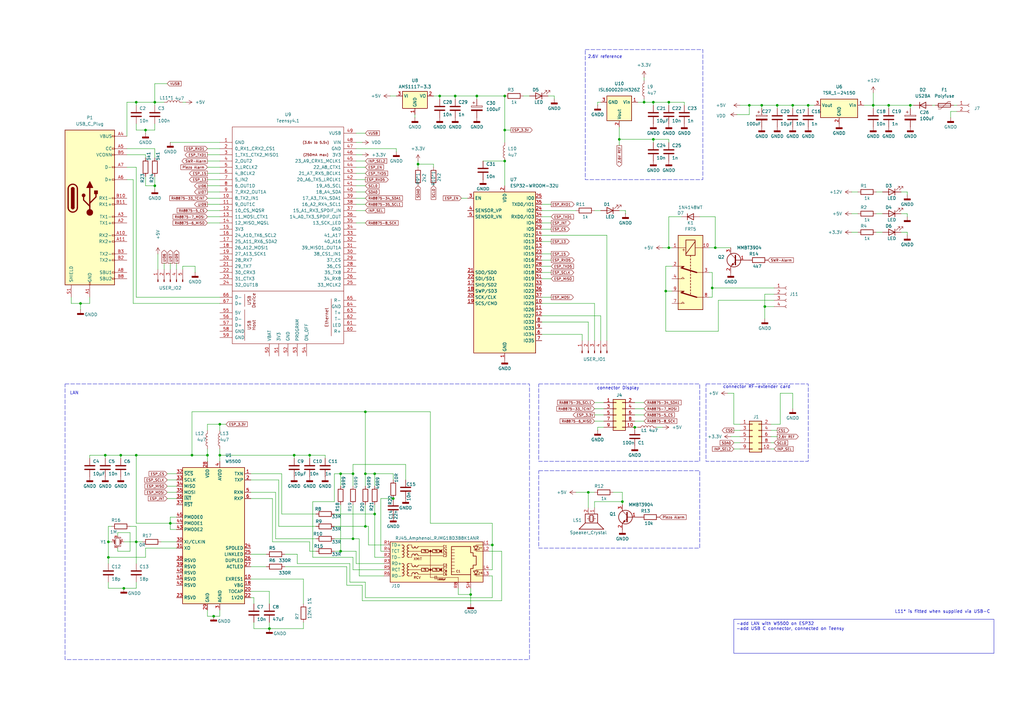
<source format=kicad_sch>
(kicad_sch (version 20231120) (generator "eeschema") (generator_version "8.0")
  (paper "A3")
  (title_block (title "Teensy RF Powermeter") (date "2025-01-20") (rev "4.1"))
  (lib_symbols
    (symbol "Connector:Conn_01x02_Socket" (pin_names (offset 1.016) hide)
      (property "Reference" "J" (at 0 2.54 0))
      (property "Value" "Conn_01x02_Socket" (at 0 -5.08 0))
      (symbol "Conn_01x02_Socket_1_1"
        (pin passive line (at -5.08 0 0) (length 3.81) (name "Pin_1") (number "1"))
        (pin passive line (at -5.08 -2.54 0) (length 3.81) (name "Pin_2") (number "2"))
      )
    )
    (symbol "Connector:Conn_01x04_Socket" (pin_names (offset 1.016) hide)
      (property "Reference" "J" (at 0 5.08 0))
      (property "Value" "Conn_01x04_Socket" (at 0 -7.62 0))
      (symbol "Conn_01x04_Socket_1_1"
        (pin passive line (at -5.08 2.54 0) (length 3.81) (name "Pin_1") (number "1"))
        (pin passive line (at -5.08 0 0) (length 3.81) (name "Pin_2") (number "2"))
        (pin passive line (at -5.08 -2.54 0) (length 3.81) (name "Pin_3") (number "3"))
        (pin passive line (at -5.08 -5.08 0) (length 3.81) (name "Pin_4") (number "4"))
      )
    )
    (symbol "Connector:Conn_01x05_Pin" (pin_names (offset 1.016) hide)
      (property "Reference" "J" (at 0 7.62 0))
      (property "Value" "Conn_01x05_Pin" (at 0 -7.62 0))
      (symbol "Conn_01x05_Pin_1_1"
        (pin passive line (at 5.08 5.08 180) (length 3.81) (name "Pin_1") (number "1"))
        (pin passive line (at 5.08 2.54 180) (length 3.81) (name "Pin_2") (number "2"))
        (pin passive line (at 5.08 0 180) (length 3.81) (name "Pin_3") (number "3"))
        (pin passive line (at 5.08 -2.54 180) (length 3.81) (name "Pin_4") (number "4"))
        (pin passive line (at 5.08 -5.08 180) (length 3.81) (name "Pin_5") (number "5"))
      )
    )
    (symbol "Connector:RJ45_Amphenol_RJMG1BD3B8K1ANR"
      (property "Reference" "J" (at 18.415 10.16 0))
      (property "Value" "RJ45_Amphenol_RJMG1BD3B8K1ANR" (at -19.05 10.16 0))
      (symbol "RJ45_Amphenol_RJMG1BD3B8K1ANR_0_0"
        (text "C1" (at 4.699 6.985 0) (effects (font (size 0.889 0.889))))
        (text "C1" (at 10.16 -3.175 0) (effects (font (size 0.889 0.889))))
        (text "C2" (at 4.699 3.175 0) (effects (font (size 0.889 0.889))))
        (text "C3" (at 4.699 -0.635 0) (effects (font (size 0.889 0.889))))
        (text "C4" (at 4.699 5.715 0) (effects (font (size 0.889 0.889))))
        (text "C5" (at 4.699 4.445 0) (effects (font (size 0.889 0.889))))
        (text "C6" (at 4.699 -4.445 0) (effects (font (size 0.889 0.889))))
        (text "C7" (at 4.699 -1.905 0) (effects (font (size 0.889 0.889))))
        (text "C8" (at 4.699 -3.175 0) (effects (font (size 0.889 0.889))))
        (text "RCV" (at -8.255 -5.715 0) (effects (font (size 1.016 1.016)) (justify left)))
        (text "XMIT" (at -8.255 1.905 0) (effects (font (size 1.016 1.016)) (justify left)))
      )
      (symbol "RJ45_Amphenol_RJMG1BD3B8K1ANR_1_0"
        (text "1000pF" (at 3.302 -6.477 0) (effects (font (size 0.635 0.635))))
      )
      (symbol "RJ45_Amphenol_RJMG1BD3B8K1ANR_1_1"
        (text "75" (at -3.556 -2.54 0) (effects (font (size 0.635 0.635))))
        (text "75" (at -3.556 5.08 0) (effects (font (size 0.635 0.635))))
        (text "75" (at 1.016 -2.54 0) (effects (font (size 0.635 0.635))))
        (text "75" (at 1.016 5.08 0) (effects (font (size 0.635 0.635))))
        (text "G" (at 19.685 -3.81 0) (effects (font (size 0.635 0.635))))
        (text "Y" (at 19.558 6.35 0) (effects (font (size 0.635 0.635))))
        (pin passive line (at 22.86 7.62 180) (length 2.54) (name "") (number "L1"))
        (pin passive line (at 22.86 5.08 180) (length 2.54) (name "") (number "L2"))
        (pin passive line (at 22.86 -5.08 180) (length 2.54) (name "") (number "L3"))
        (pin passive line (at 22.86 -2.54 180) (length 2.54) (name "") (number "L4"))
        (pin passive line (at -20.32 7.62 0) (length 2.54) (name "TD+") (number "R1"))
        (pin passive line (at -20.32 2.54 0) (length 2.54) (name "TD-") (number "R2"))
        (pin passive line (at -20.32 0 0) (length 2.54) (name "RD+") (number "R3"))
        (pin passive line (at -20.32 5.08 0) (length 2.54) (name "TCT") (number "R4"))
        (pin passive line (at -20.32 -2.54 0) (length 2.54) (name "RCT") (number "R5"))
        (pin passive line (at -20.32 -5.08 0) (length 2.54) (name "RD-") (number "R6"))
        (pin no_connect line (at 20.32 0 0) (length 0) hide (name "NC") (number "R7"))
        (pin power_in line (at 10.16 -10.16 90) (length 2.54) (name "") (number "R8"))
        (pin passive line (at 15.24 -10.16 90) (length 2.54) (name "") (number "SH"))
      )
    )
    (symbol "Connector:USB_C_Plug" (pin_names (offset 1.016))
      (property "Reference" "P" (at -10.16 29.21 0))
      (property "Value" "USB_C_Plug" (at 10.16 29.21 0))
      (symbol "USB_C_Plug_1_1"
        (pin passive line (at 0 -40.64 90) (length 5.08) (name "GND") (number "A1"))
        (pin bidirectional line (at 15.24 -15.24 180) (length 5.08) (name "RX2-") (number "A10"))
        (pin bidirectional line (at 15.24 -17.78 180) (length 5.08) (name "RX2+") (number "A11"))
        (pin passive line (at 0 -40.64 90) (length 5.08) hide (name "GND") (number "A12"))
        (pin bidirectional line (at 15.24 -10.16 180) (length 5.08) (name "TX1+") (number "A2"))
        (pin bidirectional line (at 15.24 -7.62 180) (length 5.08) (name "TX1-") (number "A3"))
        (pin passive line (at 15.24 25.4 180) (length 5.08) (name "VBUS") (number "A4"))
        (pin bidirectional line (at 15.24 20.32 180) (length 5.08) (name "CC") (number "A5"))
        (pin bidirectional line (at 15.24 7.62 180) (length 5.08) (name "D+") (number "A6"))
        (pin bidirectional line (at 15.24 12.7 180) (length 5.08) (name "D-") (number "A7"))
        (pin bidirectional line (at 15.24 -30.48 180) (length 5.08) (name "SBU1") (number "A8"))
        (pin passive line (at 15.24 25.4 180) (length 5.08) hide (name "VBUS") (number "A9"))
        (pin passive line (at 0 -40.64 90) (length 5.08) hide (name "GND") (number "B1"))
        (pin bidirectional line (at 15.24 0 180) (length 5.08) (name "RX1-") (number "B10"))
        (pin bidirectional line (at 15.24 -2.54 180) (length 5.08) (name "RX1+") (number "B11"))
        (pin passive line (at 0 -40.64 90) (length 5.08) hide (name "GND") (number "B12"))
        (pin bidirectional line (at 15.24 -25.4 180) (length 5.08) (name "TX2+") (number "B2"))
        (pin bidirectional line (at 15.24 -22.86 180) (length 5.08) (name "TX2-") (number "B3"))
        (pin passive line (at 15.24 25.4 180) (length 5.08) hide (name "VBUS") (number "B4"))
        (pin bidirectional line (at 15.24 17.78 180) (length 5.08) (name "VCONN") (number "B5"))
        (pin bidirectional line (at 15.24 -33.02 180) (length 5.08) (name "SBU2") (number "B8"))
        (pin passive line (at 15.24 25.4 180) (length 5.08) hide (name "VBUS") (number "B9"))
        (pin passive line (at -7.62 -40.64 90) (length 5.08) (name "SHIELD") (number "S1"))
      )
    )
    (symbol "Connector_Generic:Conn_02x05_Odd_Even" (pin_names (offset 1.016) hide)
      (property "Reference" "J" (at 1.27 7.62 0))
      (property "Value" "Conn_02x05_Odd_Even" (at 1.27 -7.62 0))
      (symbol "Conn_02x05_Odd_Even_1_1"
        (pin passive line (at -5.08 5.08 0) (length 3.81) (name "Pin_1") (number "1"))
        (pin passive line (at 7.62 -5.08 180) (length 3.81) (name "Pin_10") (number "10"))
        (pin passive line (at 7.62 5.08 180) (length 3.81) (name "Pin_2") (number "2"))
        (pin passive line (at -5.08 2.54 0) (length 3.81) (name "Pin_3") (number "3"))
        (pin passive line (at 7.62 2.54 180) (length 3.81) (name "Pin_4") (number "4"))
        (pin passive line (at -5.08 0 0) (length 3.81) (name "Pin_5") (number "5"))
        (pin passive line (at 7.62 0 180) (length 3.81) (name "Pin_6") (number "6"))
        (pin passive line (at -5.08 -2.54 0) (length 3.81) (name "Pin_7") (number "7"))
        (pin passive line (at 7.62 -2.54 180) (length 3.81) (name "Pin_8") (number "8"))
        (pin passive line (at -5.08 -5.08 0) (length 3.81) (name "Pin_9") (number "9"))
      )
    )
    (symbol "Device:C" (pin_numbers hide) (pin_names (offset 0.254))
      (property "Reference" "C" (at 0.635 2.54 0))
      (property "Value" "C" (at 0.635 -2.54 0))
      (symbol "C_1_1"
        (pin passive line (at 0 3.81 270) (length 2.794) (name "~") (number "1"))
        (pin passive line (at 0 -3.81 90) (length 2.794) (name "~") (number "2"))
      )
    )
    (symbol "Device:C_Polarized" (pin_numbers hide) (pin_names (offset 0.254))
      (property "Reference" "C" (at 0.635 2.54 0))
      (property "Value" "C_Polarized" (at 0.635 -2.54 0))
      (symbol "C_Polarized_1_1"
        (pin passive line (at 0 3.81 270) (length 2.794) (name "~") (number "1"))
        (pin passive line (at 0 -3.81 90) (length 2.794) (name "~") (number "2"))
      )
    )
    (symbol "Device:Crystal_GND23_Small" (pin_names (offset 1.016) hide)
      (property "Reference" "Y" (at 1.27 4.445 0))
      (property "Value" "Crystal_GND23_Small" (at 1.27 2.54 0))
      (symbol "Crystal_GND23_Small_1_1"
        (pin passive line (at -2.54 0 0) (length 1.27) (name "1") (number "1"))
        (pin passive line (at 0 -2.54 90) (length 0.635) (name "2") (number "2"))
        (pin passive line (at 0 2.54 270) (length 0.635) (name "3") (number "3"))
        (pin passive line (at 2.54 0 180) (length 1.27) (name "4") (number "4"))
      )
    )
    (symbol "Device:L" (pin_numbers hide) (pin_names (offset 1.016) hide)
      (property "Reference" "L" (at -1.27 0 90))
      (property "Value" "L" (at 1.905 0 90))
      (symbol "L_1_1"
        (pin passive line (at 0 3.81 270) (length 1.27) (name "1") (number "1"))
        (pin passive line (at 0 -3.81 90) (length 1.27) (name "2") (number "2"))
      )
    )
    (symbol "Device:LED" (pin_numbers hide) (pin_names (offset 1.016) hide)
      (property "Reference" "D" (at 0 2.54 0))
      (property "Value" "LED" (at 0 -2.54 0))
      (symbol "LED_1_1"
        (pin passive line (at -3.81 0 0) (length 2.54) (name "K") (number "1"))
        (pin passive line (at 3.81 0 180) (length 2.54) (name "A") (number "2"))
      )
    )
    (symbol "Device:Polyfuse" (pin_numbers hide) (pin_names (offset 0))
      (property "Reference" "F" (at -2.54 0 90))
      (property "Value" "Polyfuse" (at 2.54 0 90))
      (symbol "Polyfuse_1_1"
        (pin passive line (at 0 3.81 270) (length 1.27) (name "~") (number "1"))
        (pin passive line (at 0 -3.81 90) (length 1.27) (name "~") (number "2"))
      )
    )
    (symbol "Device:Speaker_Crystal" (pin_names (offset 0) hide)
      (property "Reference" "LS" (at 0.635 5.715 0))
      (property "Value" "Speaker_Crystal" (at 0.635 3.81 0))
      (symbol "Speaker_Crystal_1_1"
        (pin input line (at -5.08 0 0) (length 2.54) (name "1") (number "1"))
        (pin input line (at -5.08 -2.54 0) (length 2.54) (name "2") (number "2"))
      )
    )
    (symbol "Diode:1N4148WT" (pin_numbers hide) (pin_names hide)
      (property "Reference" "D" (at 0 2.54 0))
      (property "Value" "1N4148WT" (at 0 -2.54 0))
      (symbol "1N4148WT_1_1"
        (pin passive line (at -3.81 0 0) (length 2.54) (name "K") (number "1"))
        (pin passive line (at 3.81 0 180) (length 2.54) (name "A") (number "2"))
      )
    )
    (symbol "Diode:US2BA" (pin_numbers hide) (pin_names hide)
      (property "Reference" "D" (at 0 2.54 0))
      (property "Value" "US2BA" (at 0 -2.54 0))
      (symbol "US2BA_1_1"
        (pin passive line (at -3.81 0 0) (length 2.54) (name "K") (number "1"))
        (pin passive line (at 3.81 0 180) (length 2.54) (name "A") (number "2"))
      )
    )
    (symbol "Interface_Ethernet:W5500"
      (property "Reference" "U" (at -11.43 29.21 0))
      (property "Value" "W5500" (at 8.89 29.21 0))
      (symbol "W5500_1_1"
        (pin output line (at 15.24 25.4 180) (length 2.54) (name "TXN") (number "1"))
        (pin passive line (at 15.24 -17.78 180) (length 2.54) (name "EXRES1") (number "10"))
        (pin passive line (at 2.54 30.48 270) (length 2.54) hide (name "AVDD") (number "11"))
        (pin no_connect line (at 12.7 7.62 180) (length 2.54) hide (name "NC") (number "12"))
        (pin no_connect line (at 12.7 5.08 180) (length 2.54) hide (name "NC") (number "13"))
        (pin passive line (at 2.54 -30.48 90) (length 2.54) hide (name "AGND") (number "14"))
        (pin passive line (at 2.54 30.48 270) (length 2.54) hide (name "AVDD") (number "15"))
        (pin passive line (at 2.54 -30.48 90) (length 2.54) hide (name "AGND") (number "16"))
        (pin passive line (at 2.54 30.48 270) (length 2.54) hide (name "AVDD") (number "17"))
        (pin passive line (at 15.24 -20.32 180) (length 2.54) (name "VBG") (number "18"))
        (pin passive line (at 2.54 -30.48 90) (length 2.54) hide (name "AGND") (number "19"))
        (pin output line (at 15.24 22.86 180) (length 2.54) (name "TXP") (number "2"))
        (pin passive line (at 15.24 -22.86 180) (length 2.54) (name "TOCAP") (number "20"))
        (pin passive line (at 2.54 30.48 270) (length 2.54) hide (name "AVDD") (number "21"))
        (pin output line (at 15.24 -25.4 180) (length 2.54) (name "1V2O") (number "22"))
        (pin input line (at -15.24 -25.4 0) (length 2.54) (name "RSVD") (number "23"))
        (pin output line (at 15.24 -5.08 180) (length 2.54) (name "SPDLED") (number "24"))
        (pin output line (at 15.24 -7.62 180) (length 2.54) (name "LINKLED") (number "25"))
        (pin output line (at 15.24 -10.16 180) (length 2.54) (name "DUPLED") (number "26"))
        (pin output line (at 15.24 -12.7 180) (length 2.54) (name "ACTLED") (number "27"))
        (pin power_in line (at -2.54 30.48 270) (length 2.54) (name "VDD") (number "28"))
        (pin power_in line (at -2.54 -30.48 90) (length 2.54) (name "GND") (number "29"))
        (pin power_in line (at 2.54 -30.48 90) (length 2.54) (name "AGND") (number "3"))
        (pin input line (at -15.24 -2.54 0) (length 2.54) (name "XI/CLKIN") (number "30"))
        (pin output line (at -15.24 -5.08 0) (length 2.54) (name "XO") (number "31"))
        (pin input line (at -15.24 25.4 0) (length 2.54) (name "~{SCS}") (number "32"))
        (pin input line (at -15.24 22.86 0) (length 2.54) (name "SCLK") (number "33"))
        (pin output line (at -15.24 20.32 0) (length 2.54) (name "MISO") (number "34"))
        (pin input line (at -15.24 17.78 0) (length 2.54) (name "MOSI") (number "35"))
        (pin input line (at -15.24 15.24 0) (length 2.54) (name "~{INT}") (number "36"))
        (pin input line (at -15.24 12.7 0) (length 2.54) (name "~{RST}") (number "37"))
        (pin input line (at -15.24 -10.16 0) (length 2.54) (name "RSVD") (number "38"))
        (pin input line (at -15.24 -12.7 0) (length 2.54) (name "RSVD") (number "39"))
        (pin power_in line (at 2.54 30.48 270) (length 2.54) (name "AVDD") (number "4"))
        (pin input line (at -15.24 -15.24 0) (length 2.54) (name "RSVD") (number "40"))
        (pin input line (at -15.24 -17.78 0) (length 2.54) (name "RSVD") (number "41"))
        (pin input line (at -15.24 -20.32 0) (length 2.54) (name "RSVD") (number "42"))
        (pin input line (at -15.24 2.54 0) (length 2.54) (name "PMODE2") (number "43"))
        (pin input line (at -15.24 5.08 0) (length 2.54) (name "PMODE1") (number "44"))
        (pin input line (at -15.24 7.62 0) (length 2.54) (name "PMODE0") (number "45"))
        (pin no_connect line (at 12.7 2.54 180) (length 2.54) hide (name "NC") (number "46"))
        (pin no_connect line (at 12.7 0 180) (length 2.54) hide (name "NC") (number "47"))
        (pin passive line (at 2.54 -30.48 90) (length 2.54) hide (name "AGND") (number "48"))
        (pin input line (at 15.24 17.78 180) (length 2.54) (name "RXN") (number "5"))
        (pin input line (at 15.24 15.24 180) (length 2.54) (name "RXP") (number "6"))
        (pin no_connect line (at 12.7 10.16 180) (length 2.54) hide (name "DNC") (number "7"))
        (pin passive line (at 2.54 30.48 270) (length 2.54) hide (name "AVDD") (number "8"))
        (pin passive line (at 2.54 -30.48 90) (length 2.54) hide (name "AGND") (number "9"))
      )
    )
    (symbol "RF_Module:ESP32-WROOM-32U"
      (property "Reference" "U" (at -12.7 34.29 0))
      (property "Value" "ESP32-WROOM-32U" (at 1.27 34.29 0))
      (symbol "ESP32-WROOM-32U_1_1"
        (pin power_in line (at 0 -35.56 90) (length 2.54) (name "GND") (number "1"))
        (pin bidirectional line (at 15.24 -12.7 180) (length 2.54) (name "IO25") (number "10"))
        (pin bidirectional line (at 15.24 -15.24 180) (length 2.54) (name "IO26") (number "11"))
        (pin bidirectional line (at 15.24 -17.78 180) (length 2.54) (name "IO27") (number "12"))
        (pin bidirectional line (at 15.24 10.16 180) (length 2.54) (name "IO14") (number "13"))
        (pin bidirectional line (at 15.24 15.24 180) (length 2.54) (name "IO12") (number "14"))
        (pin passive line (at 0 -35.56 90) (length 2.54) hide (name "GND") (number "15"))
        (pin bidirectional line (at 15.24 12.7 180) (length 2.54) (name "IO13") (number "16"))
        (pin bidirectional line (at -15.24 -5.08 0) (length 2.54) (name "SHD/SD2") (number "17"))
        (pin bidirectional line (at -15.24 -7.62 0) (length 2.54) (name "SWP/SD3") (number "18"))
        (pin bidirectional line (at -15.24 -12.7 0) (length 2.54) (name "SCS/CMD") (number "19"))
        (pin power_in line (at 0 35.56 270) (length 2.54) (name "VDD") (number "2"))
        (pin bidirectional line (at -15.24 -10.16 0) (length 2.54) (name "SCK/CLK") (number "20"))
        (pin bidirectional line (at -15.24 0 0) (length 2.54) (name "SDO/SD0") (number "21"))
        (pin bidirectional line (at -15.24 -2.54 0) (length 2.54) (name "SDI/SD1") (number "22"))
        (pin bidirectional line (at 15.24 7.62 180) (length 2.54) (name "IO15") (number "23"))
        (pin bidirectional line (at 15.24 25.4 180) (length 2.54) (name "IO2") (number "24"))
        (pin bidirectional line (at 15.24 30.48 180) (length 2.54) (name "IO0") (number "25"))
        (pin bidirectional line (at 15.24 20.32 180) (length 2.54) (name "IO4") (number "26"))
        (pin bidirectional line (at 15.24 5.08 180) (length 2.54) (name "IO16") (number "27"))
        (pin bidirectional line (at 15.24 2.54 180) (length 2.54) (name "IO17") (number "28"))
        (pin bidirectional line (at 15.24 17.78 180) (length 2.54) (name "IO5") (number "29"))
        (pin input line (at -15.24 30.48 0) (length 2.54) (name "EN") (number "3"))
        (pin bidirectional line (at 15.24 0 180) (length 2.54) (name "IO18") (number "30"))
        (pin bidirectional line (at 15.24 -2.54 180) (length 2.54) (name "IO19") (number "31"))
        (pin no_connect line (at -12.7 -27.94 0) (length 2.54) hide (name "NC") (number "32"))
        (pin bidirectional line (at 15.24 -5.08 180) (length 2.54) (name "IO21") (number "33"))
        (pin bidirectional line (at 15.24 22.86 180) (length 2.54) (name "RXD0/IO3") (number "34"))
        (pin bidirectional line (at 15.24 27.94 180) (length 2.54) (name "TXD0/IO1") (number "35"))
        (pin bidirectional line (at 15.24 -7.62 180) (length 2.54) (name "IO22") (number "36"))
        (pin bidirectional line (at 15.24 -10.16 180) (length 2.54) (name "IO23") (number "37"))
        (pin passive line (at 0 -35.56 90) (length 2.54) hide (name "GND") (number "38"))
        (pin passive line (at 0 -35.56 90) (length 2.54) hide (name "GND") (number "39"))
        (pin input line (at -15.24 25.4 0) (length 2.54) (name "SENSOR_VP") (number "4"))
        (pin input line (at -15.24 22.86 0) (length 2.54) (name "SENSOR_VN") (number "5"))
        (pin input line (at 15.24 -25.4 180) (length 2.54) (name "IO34") (number "6"))
        (pin input line (at 15.24 -27.94 180) (length 2.54) (name "IO35") (number "7"))
        (pin bidirectional line (at 15.24 -20.32 180) (length 2.54) (name "IO32") (number "8"))
        (pin bidirectional line (at 15.24 -22.86 180) (length 2.54) (name "IO33") (number "9"))
      )
    )
    (symbol "Reference_Voltage:ISL21070CIH325Z-TK"
      (property "Reference" "U" (at -0.635 8.255 0))
      (property "Value" "ISL21070CIH325Z-TK" (at -1.905 6.35 0))
      (symbol "ISL21070CIH325Z-TK_1_1"
        (pin power_in line (at -2.54 7.62 270) (length 2.54) (name "Vin") (number "1"))
        (pin power_out line (at 7.62 0 180) (length 2.54) (name "Vout") (number "2"))
        (pin power_in line (at -2.54 -7.62 90) (length 2.54) (name "GND") (number "3"))
      )
    )
    (symbol "Regulator_Linear:AMS1117-3.3"
      (property "Reference" "U" (at -3.81 3.175 0))
      (property "Value" "AMS1117-3.3" (at 0 3.175 0))
      (symbol "AMS1117-3.3_1_1"
        (pin power_in line (at 0 -7.62 90) (length 2.54) (name "GND") (number "1"))
        (pin power_out line (at 7.62 0 180) (length 2.54) (name "VO") (number "2"))
        (pin power_in line (at -7.62 0 0) (length 2.54) (name "VI") (number "3"))
      )
    )
    (symbol "Regulator_Switching:TSR_1-24150"
      (property "Reference" "U" (at -7.62 6.35 0))
      (property "Value" "TSR_1-24150" (at -1.27 6.35 0))
      (symbol "TSR_1-24150_1_1"
        (pin power_in line (at -10.16 2.54 0) (length 2.54) (name "Vin") (number "1"))
        (pin power_in line (at 0 -5.08 90) (length 2.54) (name "GND") (number "2"))
        (pin power_out line (at 10.16 2.54 180) (length 2.54) (name "Vout") (number "3"))
      )
    )
    (symbol "Relay:FRT5"
      (property "Reference" "K" (at 16.51 3.81 0))
      (property "Value" "FRT5" (at 16.51 1.27 0))
      (symbol "FRT5_0_0"
        (text "+" (at -9.271 2.921 0) (effects (font (size 1.27 1.27))))
      )
      (symbol "FRT5_1_1"
        (pin passive line (at -10.16 7.62 270) (length 2.54) (name "~") (number "1"))
        (pin passive line (at -10.16 -7.62 90) (length 2.54) (name "~") (number "10"))
        (pin passive line (at -2.54 7.62 270) (length 2.54) (name "~") (number "2"))
        (pin passive line (at 0 -7.62 90) (length 2.54) (name "~") (number "3"))
        (pin passive line (at 2.54 7.62 270) (length 2.54) (name "~") (number "4"))
        (pin passive line (at 12.7 7.62 270) (length 2.54) (name "~") (number "7"))
        (pin passive line (at 10.16 -7.62 90) (length 2.54) (name "~") (number "8"))
        (pin passive line (at 7.62 7.62 270) (length 2.54) (name "~") (number "9"))
      )
    )
    (symbol "Transistor_BJT:MMBT3904" (pin_names (offset 0) hide)
      (property "Reference" "Q" (at 5.08 1.905 0))
      (property "Value" "MMBT3904" (at 5.08 0 0))
      (symbol "MMBT3904_1_1"
        (pin input line (at -5.08 0 0) (length 5.715) (name "B") (number "1"))
        (pin passive line (at 2.54 -5.08 90) (length 2.54) (name "E") (number "2"))
        (pin passive line (at 2.54 5.08 270) (length 2.54) (name "C") (number "3"))
      )
    )
    (symbol "dual_rotary_encoder_switch:R" (pin_numbers hide) (pin_names (offset 0))
      (property "Reference" "R" (at 2.032 0 90))
      (property "Value" "R" (at 0 0 90))
      (symbol "R_1_1"
        (pin passive line (at 0 3.81 270) (length 1.27) (name "~") (number "1"))
        (pin passive line (at 0 -3.81 90) (length 1.27) (name "~") (number "2"))
      )
    )
    (symbol "power:+12V" (power) (pin_numbers hide) (pin_names (offset 0) hide)
      (property "Value" "+12V" (at 0 3.556 0))
      (symbol "+12V_1_1"
        (pin power_in line (at 0 0 90) (length 0) (name "~") (number "1"))
      )
    )
    (symbol "power:+3.3V" (power) (pin_numbers hide) (pin_names (offset 0) hide)
      (property "Value" "+3.3V" (at 0 3.556 0))
      (symbol "+3.3V_1_1"
        (pin power_in line (at 0 0 90) (length 0) (name "~") (number "1"))
      )
    )
    (symbol "power:+5V" (power) (pin_numbers hide) (pin_names (offset 0) hide)
      (property "Value" "+5V" (at 0 3.556 0))
      (symbol "+5V_1_1"
        (pin power_in line (at 0 0 90) (length 0) (name "~") (number "1"))
      )
    )
    (symbol "power:GNDD" (power) (pin_numbers hide) (pin_names (offset 0) hide)
      (property "Value" "GNDD" (at 0 -3.175 0))
      (symbol "GNDD_1_1"
        (pin power_in line (at 0 0 270) (length 0) (name "~") (number "1"))
      )
    )
    (symbol "power:VDD" (power) (pin_numbers hide) (pin_names (offset 0) hide)
      (property "Value" "VDD" (at 0 3.556 0))
      (symbol "VDD_1_1"
        (pin power_in line (at 0 0 90) (length 0) (name "~") (number "1"))
      )
    )
    (symbol "teensy:Teensy4.1" (pin_names (offset 1.016))
      (property "Reference" "U" (at 0 64.77 0))
      (property "Value" "Teensy4.1" (at 0 62.23 0))
      (symbol "Teensy4.1_0_0"
        (text "(250mA max)" (at 11.43 49.53 0) (effects (font (size 1.016 1.016))))
        (text "(3.6v to 5.5v)" (at 11.43 54.61 0) (effects (font (size 1.016 1.016))))
        (text "Device" (at -13.97 -10.16 900) (effects (font (size 1.27 1.27))))
        (text "Ethernet" (at 15.875 -17.145 900) (effects (font (size 1.27 1.27))))
        (text "Host" (at -13.97 -20.32 900) (effects (font (size 1.27 1.27))))
        (text "USB" (at -15.875 -20.32 900) (effects (font (size 1.27 1.27))))
        (text "USB" (at -15.875 -10.16 900) (effects (font (size 1.27 1.27))))
        (pin bidirectional line (at -27.94 31.75 0) (length 5.08) (name "8_TX2_IN1") (number "10"))
        (pin bidirectional line (at -27.94 29.21 0) (length 5.08) (name "9_OUT1C") (number "11"))
        (pin bidirectional line (at -27.94 26.67 0) (length 5.08) (name "10_CS_MQSR") (number "12"))
        (pin bidirectional line (at -27.94 24.13 0) (length 5.08) (name "11_MOSI_CTX1") (number "13"))
        (pin bidirectional line (at -27.94 21.59 0) (length 5.08) (name "12_MISO_MQSL") (number "14"))
        (pin power_in line (at -27.94 19.05 0) (length 5.08) (name "3V3") (number "15"))
        (pin bidirectional line (at -27.94 16.51 0) (length 5.08) (name "24_A10_TX6_SCL2") (number "16"))
        (pin bidirectional line (at -27.94 13.97 0) (length 5.08) (name "25_A11_RX6_SDA2") (number "17"))
        (pin bidirectional line (at -27.94 11.43 0) (length 5.08) (name "26_A12_MOSI1") (number "18"))
        (pin bidirectional line (at -27.94 8.89 0) (length 5.08) (name "27_A13_SCK1") (number "19"))
        (pin bidirectional line (at -27.94 6.35 0) (length 5.08) (name "28_RX7") (number "20"))
        (pin bidirectional line (at -27.94 3.81 0) (length 5.08) (name "29_TX7") (number "21"))
        (pin bidirectional line (at -27.94 1.27 0) (length 5.08) (name "30_CRX3") (number "22"))
        (pin bidirectional line (at -27.94 -1.27 0) (length 5.08) (name "31_CTX3") (number "23"))
        (pin bidirectional line (at -27.94 -3.81 0) (length 5.08) (name "32_OUT1B") (number "24"))
        (pin bidirectional line (at 27.94 -3.81 180) (length 5.08) (name "33_MCLK2") (number "25"))
        (pin bidirectional line (at 27.94 -1.27 180) (length 5.08) (name "34_RX8") (number "26"))
        (pin bidirectional line (at 27.94 1.27 180) (length 5.08) (name "35_TX8") (number "27"))
        (pin bidirectional line (at 27.94 3.81 180) (length 5.08) (name "36_CS") (number "28"))
        (pin bidirectional line (at 27.94 6.35 180) (length 5.08) (name "37_CS") (number "29"))
        (pin bidirectional line (at 27.94 8.89 180) (length 5.08) (name "38_CS1_IN1") (number "30"))
        (pin bidirectional line (at 27.94 11.43 180) (length 5.08) (name "39_MISO1_OUT1A") (number "31"))
        (pin bidirectional line (at 27.94 13.97 180) (length 5.08) (name "40_A16") (number "32"))
        (pin bidirectional line (at 27.94 16.51 180) (length 5.08) (name "41_A17") (number "33"))
        (pin bidirectional line (at 27.94 21.59 180) (length 5.08) (name "13_SCK_LED") (number "35"))
        (pin bidirectional line (at 27.94 24.13 180) (length 5.08) (name "14_A0_TX3_SPDIF_OUT") (number "36"))
        (pin bidirectional line (at 27.94 26.67 180) (length 5.08) (name "15_A1_RX3_SPDIF_IN") (number "37"))
        (pin bidirectional line (at 27.94 29.21 180) (length 5.08) (name "16_A2_RX4_SCL1") (number "38"))
        (pin bidirectional line (at 27.94 31.75 180) (length 5.08) (name "17_A3_TX4_SDA1") (number "39"))
        (pin bidirectional line (at 27.94 34.29 180) (length 5.08) (name "18_A4_SDA") (number "40"))
        (pin bidirectional line (at 27.94 36.83 180) (length 5.08) (name "19_A5_SCL") (number "41"))
        (pin bidirectional line (at 27.94 39.37 180) (length 5.08) (name "20_A6_TX5_LRCLK1") (number "42"))
        (pin bidirectional line (at 27.94 41.91 180) (length 5.08) (name "21_A7_RX5_BCLK1") (number "43"))
        (pin bidirectional line (at 27.94 44.45 180) (length 5.08) (name "22_A8_CTX1") (number "44"))
        (pin bidirectional line (at 27.94 46.99 180) (length 5.08) (name "23_A9_CRX1_MCLK1") (number "45"))
        (pin output line (at 27.94 49.53 180) (length 5.08) (name "3V3") (number "46"))
        (pin output line (at 27.94 52.07 180) (length 5.08) (name "GND") (number "47"))
        (pin power_in line (at 27.94 54.61 180) (length 5.08) (name "VIN") (number "48"))
        (pin power_out line (at 27.94 58.42 180) (length 5.08) (name "VUSB") (number "49"))
        (pin bidirectional line (at -27.94 44.45 0) (length 5.08) (name "3_LRCLK2") (number "5"))
        (pin power_in line (at -7.62 -33.02 90) (length 5.08) (name "VBAT") (number "50"))
        (pin power_in line (at -3.81 -33.02 90) (length 5.08) (name "3V3") (number "51"))
        (pin input line (at 0 -33.02 90) (length 5.08) (name "GND") (number "52"))
        (pin input line (at 3.81 -33.02 90) (length 5.08) (name "PROGRAM") (number "53"))
        (pin input line (at 7.62 -33.02 90) (length 5.08) (name "ON_OFF") (number "54"))
        (pin power_out line (at -27.94 -15.24 0) (length 5.08) (name "5V") (number "55"))
        (pin bidirectional line (at -27.94 -17.78 0) (length 5.08) (name "D-") (number "56"))
        (pin bidirectional line (at -27.94 -20.32 0) (length 5.08) (name "D+") (number "57"))
        (pin power_in line (at -27.94 -22.86 0) (length 5.08) (name "GND") (number "58"))
        (pin power_in line (at -27.94 -25.4 0) (length 5.08) (name "GND") (number "59"))
        (pin bidirectional line (at -27.94 41.91 0) (length 5.08) (name "4_BCLK2") (number "6"))
        (pin bidirectional line (at 27.94 -22.86 180) (length 5.08) (name "R+") (number "60"))
        (pin bidirectional line (at 27.94 -20.32 180) (length 5.08) (name "LED") (number "61"))
        (pin bidirectional line (at 27.94 -17.78 180) (length 5.08) (name "T-") (number "62"))
        (pin bidirectional line (at 27.94 -15.24 180) (length 5.08) (name "T+") (number "63"))
        (pin power_in line (at 27.94 -12.7 180) (length 5.08) (name "GND") (number "64"))
        (pin bidirectional line (at 27.94 -10.16 180) (length 5.08) (name "R-") (number "65"))
        (pin bidirectional line (at -27.94 -8.89 0) (length 5.08) (name "D-") (number "66"))
        (pin bidirectional line (at -27.94 -11.43 0) (length 5.08) (name "D+") (number "67"))
        (pin bidirectional line (at -27.94 39.37 0) (length 5.08) (name "5_IN2") (number "7"))
        (pin bidirectional line (at -27.94 36.83 0) (length 5.08) (name "6_OUT1D") (number "8"))
        (pin bidirectional line (at -27.94 34.29 0) (length 5.08) (name "7_RX2_OUT1A") (number "9"))
      )
      (symbol "Teensy4.1_1_1"
        (pin power_in line (at -27.94 54.61 0) (length 5.08) (name "GND") (number "1"))
        (pin bidirectional line (at -27.94 52.07 0) (length 5.08) (name "0_RX1_CRX2_CS1") (number "2"))
        (pin bidirectional line (at -27.94 49.53 0) (length 5.08) (name "1_TX1_CTX2_MISO1") (number "3"))
        (pin power_in line (at 27.94 19.05 180) (length 5.08) (name "GND") (number "34"))
        (pin bidirectional line (at -27.94 46.99 0) (length 5.08) (name "2_OUT2") (number "4"))
      )
    )
  )
  (junction (at 55.88 222.25))
  (junction (at 171.45 67.31))
  (junction (at 293.37 101.6))
  (junction (at 186.69 39.37))
  (junction (at 325.12 43.18))
  (junction (at 63.5 41.91))
  (junction (at 267.97 57.15))
  (junction (at 274.32 101.6))
  (junction (at 49.53 186.69))
  (junction (at 55.88 41.91))
  (junction (at 201.93 223.52))
  (junction (at 87.63 252.73))
  (junction (at 127 186.69))
  (junction (at 292.1 118.11))
  (junction (at 110.49 257.81))
  (junction (at 193.04 243.84))
  (junction (at 195.58 39.37))
  (junction (at 139.7 226.06))
  (junction (at 144.78 194.31))
  (junction (at 207.01 66.04))
  (junction (at 44.45 228.6))
  (junction (at 264.16 41.91))
  (junction (at 364.49 43.18))
  (junction (at 318.77 43.18))
  (junction (at 241.3 201.93))
  (junction (at 153.67 194.31))
  (junction (at 90.17 173.99))
  (junction (at 373.38 43.18))
  (junction (at 55.88 186.69))
  (junction (at 207.01 39.37))
  (junction (at 331.47 43.18))
  (junction (at 207.01 53.34))
  (junction (at 153.67 210.82))
  (junction (at 50.8 241.3))
  (junction (at 161.29 204.47))
  (junction (at 144.78 220.98))
  (junction (at 90.17 186.69))
  (junction (at 33.02 124.46))
  (junction (at 312.42 43.18))
  (junction (at 44.45 222.25))
  (junction (at 59.69 53.34))
  (junction (at 78.74 186.69))
  (junction (at 273.05 119.38))
  (junction (at 254 57.15))
  (junction (at 358.14 43.18))
  (junction (at 313.69 125.73))
  (junction (at 85.09 186.69))
  (junction (at 255.27 205.74))
  (junction (at 267.97 41.91))
  (junction (at 149.86 194.31))
  (junction (at 274.32 41.91))
  (junction (at 260.35 175.26))
  (junction (at 120.65 186.69))
  (junction (at 139.7 194.31))
  (junction (at 149.86 215.9))
  (junction (at 63.5 76.2))
  (junction (at 149.86 168.91))
  (junction (at 307.34 43.18))
  (junction (at 180.34 39.37))
  (junction (at 69.85 214.63))
  (junction (at 43.18 186.69))
  (wire (pts (xy 153.67 210.82) (xy 153.67 207.01)))
  (wire (pts (xy 104.14 255.27) (xy 104.14 257.81)))
  (wire (pts (xy 251.46 201.93) (xy 255.27 201.93)))
  (wire (pts (xy 274.32 101.6) (xy 275.59 101.6)))
  (wire (pts (xy 127 226.06) (xy 129.54 226.06)))
  (wire (pts (xy 87.63 252.73) (xy 90.17 252.73)))
  (wire (pts (xy 267.97 57.15) (xy 274.32 57.15)))
  (wire (pts (xy 85.09 66.04) (xy 90.17 66.04)))
  (wire (pts (xy 254 86.36) (xy 256.54 86.36)))
  (wire (pts (xy 316.23 184.15) (xy 317.5 184.15)))
  (wire (pts (xy 74.93 110.49) (xy 74.93 109.22)))
  (wire (pts (xy 50.8 241.3) (xy 44.45 241.3)))
  (wire (pts (xy 300.99 181.61) (xy 303.53 181.61)))
  (wire (pts (xy 36.83 124.46) (xy 36.83 121.92)))
  (wire (pts (xy 146.05 63.5) (xy 148.59 63.5)))
  (wire (pts (xy 299.72 179.07) (xy 303.53 179.07)))
  (wire (pts (xy 222.25 106.68) (xy 226.06 106.68)))
  (wire (pts (xy 127 186.69) (xy 133.35 186.69)))
  (wire (pts (xy 59.69 76.2) (xy 63.5 76.2)))
  (wire (pts (xy 307.34 46.99) (xy 307.34 43.18)))
  (wire (pts (xy 149.86 168.91) (xy 149.86 194.31)))
  (wire (pts (xy 90.17 124.46) (xy 54.61 124.46)))
  (wire (pts (xy 274.32 88.9) (xy 274.32 101.6)))
  (wire (pts (xy 389.89 45.72) (xy 389.89 48.26)))
  (wire (pts (xy 137.16 205.74) (xy 137.16 194.31)))
  (wire (pts (xy 149.86 86.36) (xy 146.05 86.36)))
  (wire (pts (xy 245.11 41.91) (xy 245.11 43.18)))
  (wire (pts (xy 294.64 123.19) (xy 294.64 135.89)))
  (wire (pts (xy 260.35 175.26) (xy 261.62 175.26)))
  (wire (pts (xy 254 52.07) (xy 254 57.15)))
  (wire (pts (xy 349.25 95.25) (xy 351.79 95.25)))
  (wire (pts (xy 44.45 241.3) (xy 44.45 238.76)))
  (wire (pts (xy 63.5 60.96) (xy 63.5 64.77)))
  (wire (pts (xy 102.87 194.31) (xy 115.57 194.31)))
  (wire (pts (xy 260.35 172.72) (xy 264.16 172.72)))
  (wire (pts (xy 102.87 245.11) (xy 104.14 245.11)))
  (wire (pts (xy 156.21 204.47) (xy 161.29 204.47)))
  (wire (pts (xy 325.12 43.18) (xy 325.12 44.45)))
  (wire (pts (xy 372.11 78.74) (xy 372.11 80.01)))
  (wire (pts (xy 137.16 220.98) (xy 144.78 220.98)))
  (wire (pts (xy 160.02 39.37) (xy 162.56 39.37)))
  (wire (pts (xy 153.67 194.31) (xy 161.29 194.31)))
  (wire (pts (xy 207.01 53.34) (xy 207.01 58.42)))
  (wire (pts (xy 44.45 215.9) (xy 44.45 222.25)))
  (wire (pts (xy 137.16 210.82) (xy 153.67 210.82)))
  (wire (pts (xy 52.07 41.91) (xy 55.88 41.91)))
  (wire (pts (xy 313.69 120.65) (xy 313.69 125.73)))
  (wire (pts (xy 144.78 194.31) (xy 144.78 190.5)))
  (wire (pts (xy 147.32 236.22) (xy 157.48 236.22)))
  (wire (pts (xy 358.14 43.18) (xy 364.49 43.18)))
  (wire (pts (xy 80.01 109.22) (xy 80.01 111.76)))
  (wire (pts (xy 151.13 215.9) (xy 151.13 223.52)))
  (wire (pts (xy 149.86 78.74) (xy 146.05 78.74)))
  (wire (pts (xy 102.87 242.57) (xy 110.49 242.57)))
  (wire (pts (xy 55.88 238.76) (xy 55.88 241.3)))
  (wire (pts (xy 114.3 196.85) (xy 114.3 215.9)))
  (wire (pts (xy 48.26 218.44) (xy 53.34 218.44)))
  (wire (pts (xy 171.45 68.58) (xy 171.45 67.31)))
  (wire (pts (xy 177.8 67.31) (xy 177.8 68.58)))
  (wire (pts (xy 373.38 43.18) (xy 373.38 44.45)))
  (wire (pts (xy 143.51 238.76) (xy 149.86 238.76)))
  (wire (pts (xy 69.85 212.09) (xy 69.85 214.63)))
  (wire (pts (xy 55.88 121.92) (xy 90.17 121.92)))
  (wire (pts (xy 63.5 34.29) (xy 63.5 41.91)))
  (wire (pts (xy 302.26 46.99) (xy 307.34 46.99)))
  (wire (pts (xy 292.1 121.92) (xy 292.1 118.11)))
  (wire (pts (xy 90.17 252.73) (xy 90.17 250.19)))
  (wire (pts (xy 260.35 170.18) (xy 264.16 170.18)))
  (wire (pts (xy 292.1 118.11) (xy 317.5 118.11)))
  (wire (pts (xy 369.57 95.25) (xy 372.11 95.25)))
  (wire (pts (xy 55.88 215.9) (xy 55.88 222.25)))
  (wire (pts (xy 53.34 215.9) (xy 55.88 215.9)))
  (wire (pts (xy 29.21 121.92) (xy 29.21 124.46)))
  (wire (pts (xy 53.34 218.44) (xy 53.34 226.06)))
  (wire (pts (xy 149.86 91.44) (xy 146.05 91.44)))
  (wire (pts (xy 66.04 222.25) (xy 72.39 222.25)))
  (wire (pts (xy 193.04 247.65) (xy 193.04 243.84)))
  (wire (pts (xy 171.45 66.04) (xy 171.45 67.31)))
  (wire (pts (xy 149.86 194.31) (xy 153.67 194.31)))
  (wire (pts (xy 149.86 76.2) (xy 146.05 76.2)))
  (wire (pts (xy 300.99 161.29) (xy 300.99 173.99)))
  (wire (pts (xy 85.09 63.5) (xy 90.17 63.5)))
  (wire (pts (xy 171.45 67.31) (xy 177.8 67.31)))
  (wire (pts (xy 300.99 176.53) (xy 303.53 176.53)))
  (wire (pts (xy 45.72 215.9) (xy 44.45 215.9)))
  (wire (pts (xy 290.83 111.76) (xy 292.1 111.76)))
  (wire (pts (xy 358.14 38.1) (xy 358.14 43.18)))
  (wire (pts (xy 187.96 241.3) (xy 187.96 243.84)))
  (wire (pts (xy 102.87 201.93) (xy 113.03 201.93)))
  (wire (pts (xy 325.12 161.29) (xy 325.12 167.64)))
  (wire (pts (xy 273.05 135.89) (xy 294.64 135.89)))
  (wire (pts (xy 63.5 41.91) (xy 55.88 41.91)))
  (wire (pts (xy 90.17 186.69) (xy 90.17 189.23)))
  (wire (pts (xy 334.01 43.18) (xy 331.47 43.18)))
  (wire (pts (xy 156.21 226.06) (xy 156.21 204.47)))
  (wire (pts (xy 29.21 124.46) (xy 33.02 124.46)))
  (wire (pts (xy 85.09 83.82) (xy 90.17 83.82)))
  (wire (pts (xy 144.78 228.6) (xy 128.27 228.6)))
  (wire (pts (xy 102.87 232.41) (xy 109.22 232.41)))
  (wire (pts (xy 200.66 233.68) (xy 201.93 233.68)))
  (wire (pts (xy 85.09 81.28) (xy 90.17 81.28)))
  (wire (pts (xy 205.74 226.06) (xy 205.74 246.38)))
  (wire (pts (xy 52.07 41.91) (xy 52.07 55.88)))
  (wire (pts (xy 59.69 72.39) (xy 59.69 76.2)))
  (wire (pts (xy 67.31 107.95) (xy 67.31 110.49)))
  (wire (pts (xy 85.09 88.9) (xy 90.17 88.9)))
  (wire (pts (xy 243.84 167.64) (xy 247.65 167.64)))
  (wire (pts (xy 176.53 168.91) (xy 176.53 214.63)))
  (wire (pts (xy 146.05 71.12) (xy 149.86 71.12)))
  (wire (pts (xy 92.71 173.99) (xy 90.17 173.99)))
  (wire (pts (xy 290.83 101.6) (xy 293.37 101.6)))
  (wire (pts (xy 241.3 132.08) (xy 241.3 139.7)))
  (wire (pts (xy 364.49 43.18) (xy 364.49 44.45)))
  (wire (pts (xy 85.09 186.69) (xy 85.09 189.23)))
  (wire (pts (xy 85.09 60.96) (xy 90.17 60.96)))
  (wire (pts (xy 246.38 41.91) (xy 245.11 41.91)))
  (wire (pts (xy 222.25 129.54) (xy 246.38 129.54)))
  (wire (pts (xy 222.25 96.52) (xy 248.92 96.52)))
  (wire (pts (xy 146.05 58.42) (xy 148.59 58.42)))
  (wire (pts (xy 255.27 201.93) (xy 255.27 205.74)))
  (wire (pts (xy 224.79 39.37) (xy 227.33 39.37)))
  (wire (pts (xy 74.93 109.22) (xy 80.01 109.22)))
  (wire (pts (xy 110.49 257.81) (xy 110.49 255.27)))
  (wire (pts (xy 372.11 95.25) (xy 372.11 96.52)))
  (wire (pts (xy 44.45 228.6) (xy 44.45 222.25)))
  (wire (pts (xy 207.01 66.04) (xy 207.01 76.2)))
  (wire (pts (xy 369.57 78.74) (xy 372.11 78.74)))
  (wire (pts (xy 149.86 215.9) (xy 151.13 215.9)))
  (wire (pts (xy 59.69 53.34) (xy 59.69 54.61)))
  (wire (pts (xy 312.42 43.18) (xy 312.42 44.45)))
  (wire (pts (xy 227.33 39.37) (xy 227.33 40.64)))
  (wire (pts (xy 69.85 107.95) (xy 69.85 110.49)))
  (wire (pts (xy 85.09 78.74) (xy 90.17 78.74)))
  (wire (pts (xy 200.66 236.22) (xy 201.93 236.22)))
  (wire (pts (xy 85.09 91.44) (xy 90.17 91.44)))
  (wire (pts (xy 127 222.25) (xy 127 226.06)))
  (wire (pts (xy 293.37 101.6) (xy 299.72 101.6)))
  (wire (pts (xy 177.8 39.37) (xy 180.34 39.37)))
  (wire (pts (xy 144.78 233.68) (xy 157.48 233.68)))
  (wire (pts (xy 222.25 114.3) (xy 226.06 114.3)))
  (wire (pts (xy 254 57.15) (xy 254 59.69)))
  (wire (pts (xy 137.16 215.9) (xy 149.86 215.9)))
  (wire (pts (xy 55.88 50.8) (xy 55.88 53.34)))
  (wire (pts (xy 271.78 101.6) (xy 274.32 101.6)))
  (wire (pts (xy 316.23 181.61) (xy 317.5 181.61)))
  (wire (pts (xy 113.03 220.98) (xy 129.54 220.98)))
  (wire (pts (xy 146.05 73.66) (xy 149.86 73.66)))
  (wire (pts (xy 273.05 119.38) (xy 275.59 119.38)))
  (wire (pts (xy 261.62 41.91) (xy 264.16 41.91)))
  (wire (pts (xy 85.09 68.58) (xy 90.17 68.58)))
  (wire (pts (xy 72.39 107.95) (xy 72.39 110.49)))
  (wire (pts (xy 53.34 226.06) (xy 48.26 226.06)))
  (wire (pts (xy 205.74 246.38) (xy 148.59 246.38)))
  (wire (pts (xy 312.42 43.18) (xy 318.77 43.18)))
  (wire (pts (xy 85.09 73.66) (xy 90.17 73.66)))
  (wire (pts (xy 193.04 243.84) (xy 193.04 241.3)))
  (wire (pts (xy 222.25 104.14) (xy 226.06 104.14)))
  (wire (pts (xy 142.24 240.03) (xy 148.59 240.03)))
  (wire (pts (xy 222.25 111.76) (xy 226.06 111.76)))
  (wire (pts (xy 149.86 207.01) (xy 149.86 215.9)))
  (wire (pts (xy 222.25 83.82) (xy 226.06 83.82)))
  (wire (pts (xy 260.35 165.1) (xy 264.16 165.1)))
  (wire (pts (xy 267.97 41.91) (xy 274.32 41.91)))
  (wire (pts (xy 280.67 41.91) (xy 280.67 43.18)))
  (wire (pts (xy 267.97 41.91) (xy 267.97 43.18)))
  (wire (pts (xy 50.8 222.25) (xy 55.88 222.25)))
  (wire (pts (xy 273.05 119.38) (xy 273.05 135.89)))
  (wire (pts (xy 59.69 224.79) (xy 59.69 228.6)))
  (wire (pts (xy 36.83 186.69) (xy 36.83 187.96)))
  (wire (pts (xy 54.61 124.46) (xy 54.61 73.66)))
  (wire (pts (xy 146.05 68.58) (xy 149.86 68.58)))
  (wire (pts (xy 124.46 257.81) (xy 124.46 255.27)))
  (wire (pts (xy 236.22 201.93) (xy 241.3 201.93)))
  (wire (pts (xy 292.1 118.11) (xy 292.1 111.76)))
  (wire (pts (xy 52.07 60.96) (xy 63.5 60.96)))
  (wire (pts (xy 102.87 227.33) (xy 109.22 227.33)))
  (wire (pts (xy 102.87 237.49) (xy 124.46 237.49)))
  (wire (pts (xy 238.76 137.16) (xy 238.76 139.7)))
  (wire (pts (xy 142.24 232.41) (xy 142.24 240.03)))
  (wire (pts (xy 111.76 204.47) (xy 111.76 222.25)))
  (wire (pts (xy 243.84 172.72) (xy 247.65 172.72)))
  (wire (pts (xy 222.25 91.44) (xy 226.06 91.44)))
  (wire (pts (xy 264.16 41.91) (xy 267.97 41.91)))
  (wire (pts (xy 149.86 168.91) (xy 176.53 168.91)))
  (wire (pts (xy 369.57 87.63) (xy 372.11 87.63)))
  (wire (pts (xy 331.47 43.18) (xy 331.47 44.45)))
  (wire (pts (xy 274.32 41.91) (xy 280.67 41.91)))
  (wire (pts (xy 186.69 39.37) (xy 186.69 40.64)))
  (wire (pts (xy 274.32 41.91) (xy 274.32 43.18)))
  (wire (pts (xy 153.67 228.6) (xy 153.67 210.82)))
  (wire (pts (xy 54.61 73.66) (xy 52.07 73.66)))
  (wire (pts (xy 55.88 53.34) (xy 59.69 53.34)))
  (wire (pts (xy 78.74 186.69) (xy 85.09 186.69)))
  (wire (pts (xy 115.57 194.31) (xy 115.57 210.82)))
  (wire (pts (xy 391.16 43.18) (xy 392.43 43.18)))
  (wire (pts (xy 170.18 48.26) (xy 170.18 46.99)))
  (wire (pts (xy 201.93 223.52) (xy 201.93 233.68)))
  (wire (pts (xy 359.41 87.63) (xy 361.95 87.63)))
  (wire (pts (xy 124.46 237.49) (xy 124.46 247.65)))
  (wire (pts (xy 137.16 194.31) (xy 139.7 194.31)))
  (wire (pts (xy 33.02 124.46) (xy 33.02 127)))
  (wire (pts (xy 49.53 186.69) (xy 55.88 186.69)))
  (wire (pts (xy 247.65 175.26) (xy 245.11 175.26)))
  (wire (pts (xy 300.99 184.15) (xy 303.53 184.15)))
  (wire (pts (xy 127 186.69) (xy 127 187.96)))
  (wire (pts (xy 243.84 139.7) (xy 243.84 124.46)))
  (wire (pts (xy 214.63 39.37) (xy 217.17 39.37)))
  (wire (pts (xy 149.86 81.28) (xy 146.05 81.28)))
  (wire (pts (xy 143.51 231.14) (xy 143.51 238.76)))
  (wire (pts (xy 52.07 63.5) (xy 59.69 63.5)))
  (wire (pts (xy 349.25 78.74) (xy 351.79 78.74)))
  (wire (pts (xy 222.25 93.98) (xy 226.06 93.98)))
  (wire (pts (xy 85.09 184.15) (xy 85.09 186.69)))
  (wire (pts (xy 243.84 205.74) (xy 255.27 205.74)))
  (wire (pts (xy 373.38 43.18) (xy 374.65 43.18)))
  (wire (pts (xy 55.88 241.3) (xy 50.8 241.3)))
  (wire (pts (xy 241.3 201.93) (xy 241.3 208.28)))
  (wire (pts (xy 243.84 86.36) (xy 246.38 86.36)))
  (wire (pts (xy 176.53 214.63) (xy 201.93 214.63)))
  (wire (pts (xy 144.78 207.01) (xy 144.78 220.98)))
  (wire (pts (xy 85.09 76.2) (xy 90.17 76.2)))
  (wire (pts (xy 43.18 186.69) (xy 43.18 187.96)))
  (wire (pts (xy 320.04 161.29) (xy 320.04 173.99)))
  (wire (pts (xy 67.31 41.91) (xy 63.5 41.91)))
  (wire (pts (xy 256.54 86.36) (xy 256.54 87.63)))
  (wire (pts (xy 59.69 63.5) (xy 59.69 64.77)))
  (wire (pts (xy 55.88 68.58) (xy 55.88 121.92)))
  (wire (pts (xy 104.14 245.11) (xy 104.14 247.65)))
  (wire (pts (xy 68.58 196.85) (xy 72.39 196.85)))
  (wire (pts (xy 114.3 215.9) (xy 129.54 215.9)))
  (wire (pts (xy 110.49 257.81) (xy 124.46 257.81)))
  (wire (pts (xy 349.25 87.63) (xy 351.79 87.63)))
  (wire (pts (xy 151.13 223.52) (xy 157.48 223.52)))
  (wire (pts (xy 90.17 173.99) (xy 90.17 176.53)))
  (wire (pts (xy 267.97 57.15) (xy 267.97 58.42)))
  (wire (pts (xy 316.23 173.99) (xy 320.04 173.99)))
  (wire (pts (xy 243.84 124.46) (xy 222.25 124.46)))
  (wire (pts (xy 264.16 40.64) (xy 264.16 41.91)))
  (wire (pts (xy 128.27 228.6) (xy 128.27 205.74)))
  (wire (pts (xy 85.09 250.19) (xy 85.09 252.73)))
  (wire (pts (xy 222.25 132.08) (xy 241.3 132.08)))
  (wire (pts (xy 359.41 78.74) (xy 361.95 78.74)))
  (wire (pts (xy 116.84 232.41) (xy 142.24 232.41)))
  (wire (pts (xy 200.66 223.52) (xy 201.93 223.52)))
  (wire (pts (xy 115.57 210.82) (xy 129.54 210.82)))
  (wire (pts (xy 316.23 176.53) (xy 318.77 176.53)))
  (wire (pts (xy 372.11 87.63) (xy 372.11 88.9)))
  (wire (pts (xy 149.86 194.31) (xy 149.86 199.39)))
  (wire (pts (xy 102.87 196.85) (xy 114.3 196.85)))
  (wire (pts (xy 354.33 43.18) (xy 358.14 43.18)))
  (wire (pts (xy 222.25 99.06) (xy 226.06 99.06)))
  (wire (pts (xy 290.83 121.92) (xy 292.1 121.92)))
  (wire (pts (xy 121.92 227.33) (xy 121.92 231.14)))
  (wire (pts (xy 195.58 39.37) (xy 207.01 39.37)))
  (wire (pts (xy 245.11 175.26) (xy 245.11 176.53)))
  (wire (pts (xy 121.92 231.14) (xy 143.51 231.14)))
  (wire (pts (xy 59.69 53.34) (xy 63.5 53.34)))
  (wire (pts (xy 139.7 199.39) (xy 139.7 194.31)))
  (wire (pts (xy 48.26 219.71) (xy 48.26 218.44)))
  (wire (pts (xy 260.35 167.64) (xy 264.16 167.64)))
  (wire (pts (xy 222.25 88.9) (xy 226.06 88.9)))
  (wire (pts (xy 85.09 252.73) (xy 87.63 252.73)))
  (wire (pts (xy 72.39 212.09) (xy 69.85 212.09)))
  (wire (pts (xy 149.86 83.82) (xy 146.05 83.82)))
  (wire (pts (xy 392.43 45.72) (xy 389.89 45.72)))
  (wire (pts (xy 111.76 222.25) (xy 127 222.25)))
  (wire (pts (xy 120.65 186.69) (xy 120.65 187.96)))
  (wire (pts (xy 200.66 226.06) (xy 205.74 226.06)))
  (wire (pts (xy 64.77 104.14) (xy 64.77 110.49)))
  (wire (pts (xy 63.5 34.29) (xy 68.58 34.29)))
  (wire (pts (xy 55.88 186.69) (xy 78.74 186.69)))
  (wire (pts (xy 303.53 173.99) (xy 300.99 173.99)))
  (wire (pts (xy 318.77 43.18) (xy 325.12 43.18)))
  (wire (pts (xy 63.5 53.34) (xy 63.5 50.8)))
  (wire (pts (xy 307.34 43.18) (xy 312.42 43.18)))
  (wire (pts (xy 68.58 201.93) (xy 72.39 201.93)))
  (wire (pts (xy 382.27 43.18) (xy 383.54 43.18)))
  (wire (pts (xy 287.02 88.9) (xy 293.37 88.9)))
  (wire (pts (xy 63.5 76.2) (xy 63.5 72.39)))
  (wire (pts (xy 293.37 88.9) (xy 293.37 101.6)))
  (wire (pts (xy 313.69 125.73) (xy 313.69 130.81)))
  (wire (pts (xy 243.84 208.28) (xy 243.84 205.74)))
  (wire (pts (xy 55.88 222.25) (xy 55.88 231.14)))
  (wire (pts (xy 128.27 205.74) (xy 137.16 205.74)))
  (wire (pts (xy 198.12 66.04) (xy 207.01 66.04)))
  (wire (pts (xy 63.5 76.2) (xy 63.5 77.47)))
  (wire (pts (xy 162.56 60.96) (xy 162.56 62.23)))
  (wire (pts (xy 139.7 207.01) (xy 139.7 226.06)))
  (wire (pts (xy 90.17 184.15) (xy 90.17 186.69)))
  (wire (pts (xy 104.14 257.81) (xy 110.49 257.81)))
  (wire (pts (xy 139.7 226.06) (xy 146.05 226.06)))
  (wire (pts (xy 201.93 214.63) (xy 201.93 223.52)))
  (wire (pts (xy 68.58 199.39) (xy 72.39 199.39)))
  (wire (pts (xy 255.27 205.74) (xy 255.27 207.01)))
  (wire (pts (xy 48.26 226.06) (xy 48.26 224.79)))
  (wire (pts (xy 74.93 41.91) (xy 76.2 41.91)))
  (wire (pts (xy 144.78 220.98) (xy 147.32 220.98)))
  (wire (pts (xy 153.67 194.31) (xy 153.67 199.39)))
  (wire (pts (xy 137.16 226.06) (xy 139.7 226.06)))
  (wire (pts (xy 273.05 109.22) (xy 273.05 119.38)))
  (wire (pts (xy 317.5 120.65) (xy 313.69 120.65)))
  (wire (pts (xy 274.32 57.15) (xy 274.32 58.42)))
  (wire (pts (xy 207.01 39.37) (xy 207.01 53.34)))
  (wire (pts (xy 59.69 228.6) (xy 44.45 228.6)))
  (wire (pts (xy 69.85 217.17) (xy 72.39 217.17)))
  (wire (pts (xy 146.05 226.06) (xy 146.05 231.14)))
  (wire (pts (xy 149.86 245.11) (xy 149.86 238.76)))
  (wire (pts (xy 157.48 228.6) (xy 153.67 228.6)))
  (wire (pts (xy 36.83 186.69) (xy 43.18 186.69)))
  (wire (pts (xy 246.38 129.54) (xy 246.38 139.7)))
  (wire (pts (xy 146.05 231.14) (xy 157.48 231.14)))
  (wire (pts (xy 144.78 190.5) (xy 166.37 190.5)))
  (wire (pts (xy 318.77 43.18) (xy 318.77 44.45)))
  (wire (pts (xy 222.25 109.22) (xy 226.06 109.22)))
  (wire (pts (xy 43.18 186.69) (xy 49.53 186.69)))
  (wire (pts (xy 254 57.15) (xy 267.97 57.15)))
  (wire (pts (xy 72.39 224.79) (xy 59.69 224.79)))
  (wire (pts (xy 201.93 245.11) (xy 149.86 245.11)))
  (wire (pts (xy 78.74 168.91) (xy 149.86 168.91)))
  (wire (pts (xy 85.09 71.12) (xy 90.17 71.12)))
  (wire (pts (xy 120.65 186.69) (xy 127 186.69)))
  (wire (pts (xy 110.49 242.57) (xy 110.49 247.65)))
  (wire (pts (xy 300.99 161.29) (xy 298.45 161.29)))
  (wire (pts (xy 85.09 86.36) (xy 90.17 86.36)))
  (wire (pts (xy 166.37 190.5) (xy 166.37 196.85)))
  (wire (pts (xy 243.84 201.93) (xy 241.3 201.93)))
  (wire (pts (xy 243.84 165.1) (xy 247.65 165.1)))
  (wire (pts (xy 201.93 236.22) (xy 201.93 245.11)))
  (wire (pts (xy 85.09 173.99) (xy 85.09 176.53)))
  (wire (pts (xy 116.84 227.33) (xy 121.92 227.33)))
  (wire (pts (xy 69.85 214.63) (xy 69.85 217.17)))
  (wire (pts (xy 303.53 43.18) (xy 307.34 43.18)))
  (wire (pts (xy 317.5 123.19) (xy 294.64 123.19)))
  (wire (pts (xy 222.25 86.36) (xy 236.22 86.36)))
  (wire (pts (xy 90.17 186.69) (xy 120.65 186.69)))
  (wire (pts (xy 44.45 228.6) (xy 44.45 231.14)))
  (wire (pts (xy 144.78 233.68) (xy 144.78 228.6)))
  (wire (pts (xy 146.05 54.61) (xy 149.86 54.61)))
  (wire (pts (xy 320.04 161.29) (xy 325.12 161.29)))
  (wire (pts (xy 157.48 226.06) (xy 156.21 226.06)))
  (wire (pts (xy 90.17 173.99) (xy 85.09 173.99)))
  (wire (pts (xy 148.59 240.03) (xy 148.59 246.38)))
  (wire (pts (xy 279.4 88.9) (xy 274.32 88.9)))
  (wire (pts (xy 161.29 194.31) (xy 161.29 196.85)))
  (wire (pts (xy 69.85 214.63) (xy 55.88 214.63)))
  (wire (pts (xy 222.25 137.16) (xy 238.76 137.16)))
  (wire (pts (xy 195.58 39.37) (xy 195.58 40.64)))
  (wire (pts (xy 186.69 39.37) (xy 195.58 39.37)))
  (wire (pts (xy 189.23 81.28) (xy 191.77 81.28)))
  (wire (pts (xy 222.25 121.92) (xy 226.06 121.92)))
  (wire (pts (xy 146.05 60.96) (xy 162.56 60.96)))
  (wire (pts (xy 364.49 43.18) (xy 373.38 43.18)))
  (wire (pts (xy 243.84 170.18) (xy 247.65 170.18)))
  (wire (pts (xy 313.69 125.73) (xy 317.5 125.73)))
  (wire (pts (xy 33.02 124.46) (xy 36.83 124.46)))
  (wire (pts (xy 248.92 96.52) (xy 248.92 139.7)))
  (wire (pts (xy 63.5 41.91) (xy 63.5 43.18)))
  (wire (pts (xy 52.07 68.58) (xy 55.88 68.58)))
  (wire (pts (xy 55.88 222.25) (xy 58.42 222.25)))
  (wire (pts (xy 78.74 186.69) (xy 78.74 168.91)))
  (wire (pts (xy 358.14 43.18) (xy 358.14 44.45)))
  (wire (pts (xy 69.85 214.63) (xy 72.39 214.63)))
  (wire (pts (xy 144.78 194.31) (xy 144.78 199.39)))
  (wire (pts (xy 133.35 186.69) (xy 133.35 187.96)))
  (wire (pts (xy 102.87 204.47) (xy 111.76 204.47)))
  (wire (pts (xy 180.34 39.37) (xy 180.34 40.64)))
  (wire (pts (xy 44.45 222.25) (xy 45.72 222.25)))
  (wire (pts (xy 275.59 109.22) (xy 273.05 109.22)))
  (wire (pts (xy 264.16 31.75) (xy 264.16 33.02)))
  (wire (pts (xy 68.58 194.31) (xy 72.39 194.31)))
  (wire (pts (xy 359.41 95.25) (xy 361.95 95.25)))
  (wire (pts (xy 139.7 194.31) (xy 144.78 194.31)))
  (wire (pts (xy 207.01 53.34) (xy 209.55 53.34)))
  (wire (pts (xy 69.85 58.42) (xy 90.17 58.42)))
  (wire (pts (xy 55.88 214.63) (xy 55.88 186.69)))
  (wire (pts (xy 147.32 220.98) (xy 147.32 236.22)))
  (wire (pts (xy 113.03 201.93) (xy 113.03 220.98)))
  (wire (pts (xy 180.34 39.37) (xy 186.69 39.37)))
  (wire (pts (xy 316.23 179.07) (xy 318.77 179.07)))
  (wire (pts (xy 269.24 175.26) (xy 271.78 175.26)))
  (wire (pts (xy 187.96 243.84) (xy 193.04 243.84)))
  (wire (pts (xy 49.53 186.69) (xy 49.53 187.96)))
  (wire (pts (xy 68.58 204.47) (xy 72.39 204.47)))
  (wire (pts (xy 55.88 41.91) (xy 55.88 43.18)))
  (wire (pts (xy 325.12 43.18) (xy 331.47 43.18)))
  (wire (pts (xy 146.05 66.04) (xy 149.86 66.04)))
  (rectangle (start 220.98 193.04) (end 287.02 224.79) (stroke (width 0) (type dash)))
  (rectangle (start 220.98 157.48) (end 287.02 189.23) (stroke (width 0) (type dash)))
  (rectangle (start 240.03 20.32) (end 288.29 73.66) (stroke (width 0) (type dash)))
  (rectangle (start 289.56 157.48) (end 331.47 189.23) (stroke (width 0) (type dash)))
  (rectangle (start 26.67 157.48) (end 217.17 270.51) (stroke (width 0) (type dash)))
  (text_box "-add LAN with W5500 on ESP32\n-add USB C connector, connected on Teensy\n" (at 300.99 254 0) (size 106.68 13.97) (effects (font (size 1.27 1.27)) (justify left top)))
  (text "2.6V reference" (at 248.158 23.368 0) (effects (font (size 1.27 1.27))))
  (text "connector Display" (at 253.492 159.258 0) (effects (font (size 1.27 1.27))))
  (text "connector RF-extender card" (at 310.388 158.75 0) (effects (font (size 1.27 1.27))))
  (text "L11* is fitted when supplied via USB-C" (at 386.588 250.952 0) (effects (font (size 1.27 1.27))))
  (text "LAN" (at 30.48 161.29 0) (effects (font (size 1.27 1.27))))
  (global_label "ESP_3.3V" (shape output) (at 209.55 53.34 0) (effects (font (size 1 1))) (property "Intersheetrefs" "${INTERSHEET_REFS}" (effects (hide yes))))
  (global_label "RA8875-33_TCINT" (shape input) (at 85.09 81.28 180) (effects (font (size 1 1))) (property "Intersheetrefs" "${INTERSHEET_REFS}" (effects (hide yes))))
  (global_label "ESP_MISO" (shape input) (at 68.58 199.39 180) (effects (font (size 1 1))) (property "Intersheetrefs" "${INTERSHEET_REFS}" (effects (hide yes))))
  (global_label "ESP_13" (shape output) (at 226.06 99.06 0) (effects (font (size 1 1))) (property "Intersheetrefs" "${INTERSHEET_REFS}" (effects (hide yes))))
  (global_label "ESP_CS" (shape input) (at 68.58 194.31 180) (effects (font (size 1 1))) (property "Intersheetrefs" "${INTERSHEET_REFS}" (effects (hide yes))))
  (global_label "ESP_13" (shape output) (at 85.09 73.66 180) (effects (font (size 1 1))) (property "Intersheetrefs" "${INTERSHEET_REFS}" (effects (hide yes))))
  (global_label "ESP_RXD5" (shape output) (at 149.86 73.66 0) (effects (font (size 1 1))) (property "Intersheetrefs" "${INTERSHEET_REFS}" (effects (hide yes))))
  (global_label "ESP_INT" (shape input) (at 68.58 204.47 180) (effects (font (size 1 1))) (property "Intersheetrefs" "${INTERSHEET_REFS}" (effects (hide yes))))
  (global_label "ESP_MOSI" (shape output) (at 226.06 121.92 0) (effects (font (size 1 1))) (property "Intersheetrefs" "${INTERSHEET_REFS}" (effects (hide yes))))
  (global_label "ESP_RXD1" (shape input) (at 85.09 60.96 180) (effects (font (size 1 1))) (property "Intersheetrefs" "${INTERSHEET_REFS}" (effects (hide yes))))
  (global_label "Piezo Alarm" (shape input) (at 85.09 68.58 180) (effects (font (size 1 1))) (property "Intersheetrefs" "${INTERSHEET_REFS}" (effects (hide yes))))
  (global_label "RA8875-34_SDA1" (shape input) (at 264.16 165.1 0) (effects (font (size 1 1))) (property "Intersheetrefs" "${INTERSHEET_REFS}" (effects (hide yes))))
  (global_label "UI06" (shape output) (at 85.09 76.2 180) (effects (font (size 1 1))) (property "Intersheetrefs" "${INTERSHEET_REFS}" (effects (hide yes))))
  (global_label "RA8875-8_SCK" (shape input) (at 149.86 91.44 0) (effects (font (size 1 1))) (property "Intersheetrefs" "${INTERSHEET_REFS}" (effects (hide yes))))
  (global_label "2,6V REF" (shape output) (at 254 59.69 270) (effects (font (size 1 1))) (property "Intersheetrefs" "${INTERSHEET_REFS}" (effects (hide yes))))
  (global_label "CS1" (shape output) (at 318.77 176.53 0) (effects (font (size 1 1))) (property "Intersheetrefs" "${INTERSHEET_REFS}" (effects (hide yes))))
  (global_label "INP_SEL2" (shape input) (at 149.86 66.04 0) (effects (font (size 1 1))) (property "Intersheetrefs" "${INTERSHEET_REFS}" (effects (hide yes))))
  (global_label "RA8875-8_SCK" (shape input) (at 264.16 172.72 0) (effects (font (size 1 1))) (property "Intersheetrefs" "${INTERSHEET_REFS}" (effects (hide yes))))
  (global_label "RA8875-6_MISO" (shape input) (at 243.84 172.72 180) (effects (font (size 1 1))) (property "Intersheetrefs" "${INTERSHEET_REFS}" (effects (hide yes))))
  (global_label "ESP_TXD5" (shape input) (at 149.86 71.12 0) (effects (font (size 1 1))) (property "Intersheetrefs" "${INTERSHEET_REFS}" (effects (hide yes))))
  (global_label "ESP_MISO" (shape input) (at 226.06 114.3 0) (effects (font (size 1 1))) (property "Intersheetrefs" "${INTERSHEET_REFS}" (effects (hide yes))))
  (global_label "RA8875-35_SCL1" (shape input) (at 243.84 165.1 180) (effects (font (size 1 1))) (property "Intersheetrefs" "${INTERSHEET_REFS}" (effects (hide yes))))
  (global_label "RA8875-35_SCL1" (shape input) (at 149.86 83.82 0) (effects (font (size 1 1))) (property "Intersheetrefs" "${INTERSHEET_REFS}" (effects (hide yes))))
  (global_label "ESP_INT" (shape output) (at 226.06 91.44 0) (effects (font (size 1 1))) (property "Intersheetrefs" "${INTERSHEET_REFS}" (effects (hide yes))))
  (global_label "ESP_EN" (shape input) (at 189.23 81.28 180) (effects (font (size 1 1))) (property "Intersheetrefs" "${INTERSHEET_REFS}" (effects (hide yes))))
  (global_label "ESP_15" (shape output) (at 85.09 71.12 180) (effects (font (size 1 1))) (property "Intersheetrefs" "${INTERSHEET_REFS}" (effects (hide yes))))
  (global_label "ESP_RXD1" (shape output) (at 226.06 83.82 0) (effects (font (size 1 1))) (property "Intersheetrefs" "${INTERSHEET_REFS}" (effects (hide yes))))
  (global_label "Piezo Alarm" (shape input) (at 270.51 212.09 0) (effects (font (size 1 1))) (property "Intersheetrefs" "${INTERSHEET_REFS}" (effects (hide yes))))
  (global_label "INP_SEL2" (shape input) (at 300.99 184.15 180) (effects (font (size 1 1))) (property "Intersheetrefs" "${INTERSHEET_REFS}" (effects (hide yes))))
  (global_label "ESP_15" (shape output) (at 226.06 104.14 0) (effects (font (size 1 1))) (property "Intersheetrefs" "${INTERSHEET_REFS}" (effects (hide yes))))
  (global_label "SDA0" (shape input) (at 149.86 78.74 0) (effects (font (size 1 1))) (property "Intersheetrefs" "${INTERSHEET_REFS}" (effects (hide yes))))
  (global_label "RA8875-5_CS" (shape input) (at 264.16 170.18 0) (effects (font (size 1 1))) (property "Intersheetrefs" "${INTERSHEET_REFS}" (effects (hide yes))))
  (global_label "ESP_TXD1" (shape output) (at 85.09 63.5 180) (effects (font (size 1 1))) (property "Intersheetrefs" "${INTERSHEET_REFS}" (effects (hide yes))))
  (global_label "ESP_TXD1" (shape input) (at 226.06 88.9 0) (effects (font (size 1 1))) (property "Intersheetrefs" "${INTERSHEET_REFS}" (effects (hide yes))))
  (global_label "RA8875-34_SDA1" (shape input) (at 149.86 81.28 0) (effects (font (size 1 1))) (property "Intersheetrefs" "${INTERSHEET_REFS}" (effects (hide yes))))
  (global_label "RA8875-6_MISO" (shape input) (at 85.09 91.44 180) (effects (font (size 1 1))) (property "Intersheetrefs" "${INTERSHEET_REFS}" (effects (hide yes))))
  (global_label "RA8875-5_CS" (shape input) (at 85.09 86.36 180) (effects (font (size 1 1))) (property "Intersheetrefs" "${INTERSHEET_REFS}" (effects (hide yes))))
  (global_label "VUSB" (shape input) (at 149.86 54.61 0) (effects (font (size 1 1))) (property "Intersheetrefs" "${INTERSHEET_REFS}" (effects (hide yes))))
  (global_label "INP_SEL" (shape input) (at 317.5 184.15 0) (effects (font (size 1 1))) (property "Intersheetrefs" "${INTERSHEET_REFS}" (effects (hide yes))))
  (global_label "INP_SEL" (shape input) (at 149.86 86.36 0) (effects (font (size 1 1))) (property "Intersheetrefs" "${INTERSHEET_REFS}" (effects (hide yes))))
  (global_label "ESP_SCLK" (shape input) (at 68.58 196.85 180) (effects (font (size 1 1))) (property "Intersheetrefs" "${INTERSHEET_REFS}" (effects (hide yes))))
  (global_label "VUSB" (shape input) (at 68.58 34.29 0) (effects (font (size 1 1))) (property "Intersheetrefs" "${INTERSHEET_REFS}" (effects (hide yes))))
  (global_label "SWR-Alarm" (shape output) (at 85.09 66.04 180) (effects (font (size 1 1))) (property "Intersheetrefs" "${INTERSHEET_REFS}" (effects (hide yes))))
  (global_label "RA8875-7_MOSI" (shape input) (at 264.16 167.64 0) (effects (font (size 1 1))) (property "Intersheetrefs" "${INTERSHEET_REFS}" (effects (hide yes))))
  (global_label "SWR-Alarm" (shape input) (at 314.96 106.68 0) (effects (font (size 1 1))) (property "Intersheetrefs" "${INTERSHEET_REFS}" (effects (hide yes))))
  (global_label "RA8875-33_TCINT" (shape input) (at 243.84 167.64 180) (effects (font (size 1 1))) (property "Intersheetrefs" "${INTERSHEET_REFS}" (effects (hide yes))))
  (global_label "UI07" (shape output) (at 69.85 107.95 90) (effects (font (size 1 1))) (property "Intersheetrefs" "${INTERSHEET_REFS}" (effects (hide yes))))
  (global_label "CS0" (shape output) (at 300.99 176.53 180) (effects (font (size 1 1))) (property "Intersheetrefs" "${INTERSHEET_REFS}" (effects (hide yes))))
  (global_label "ESP_CS" (shape output) (at 226.06 93.98 0) (effects (font (size 1 1))) (property "Intersheetrefs" "${INTERSHEET_REFS}" (effects (hide yes))))
  (global_label "ESP_3.3V" (shape input) (at 92.71 173.99 0) (effects (font (size 1 1))) (property "Intersheetrefs" "${INTERSHEET_REFS}" (effects (hide yes))))
  (global_label "UI09" (shape output) (at 72.39 107.95 90) (effects (font (size 1 1))) (property "Intersheetrefs" "${INTERSHEET_REFS}" (effects (hide yes))))
  (global_label "ESP_EN" (shape input) (at 149.86 68.58 0) (effects (font (size 1 1))) (property "Intersheetrefs" "${INTERSHEET_REFS}" (effects (hide yes))))
  (global_label "ESP_3.3V" (shape output) (at 243.84 170.18 180) (effects (font (size 1 1))) (property "Intersheetrefs" "${INTERSHEET_REFS}" (effects (hide yes))))
  (global_label "SCL0" (shape input) (at 317.5 181.61 0) (effects (font (size 1 1))) (property "Intersheetrefs" "${INTERSHEET_REFS}" (effects (hide yes))))
  (global_label "UI09" (shape output) (at 85.09 83.82 180) (effects (font (size 1 1))) (property "Intersheetrefs" "${INTERSHEET_REFS}" (effects (hide yes))))
  (global_label "ESP_TXD5" (shape input) (at 226.06 109.22 0) (effects (font (size 1 1))) (property "Intersheetrefs" "${INTERSHEET_REFS}" (effects (hide yes))))
  (global_label "ESP_SCLK" (shape output) (at 226.06 111.76 0) (effects (font (size 1 1))) (property "Intersheetrefs" "${INTERSHEET_REFS}" (effects (hide yes))))
  (global_label "SCL0" (shape input) (at 177.8 76.2 270) (effects (font (size 1 1))) (property "Intersheetrefs" "${INTERSHEET_REFS}" (effects (hide yes))))
  (global_label "ESP_RXD5" (shape output) (at 226.06 106.68 0) (effects (font (size 1 1))) (property "Intersheetrefs" "${INTERSHEET_REFS}" (effects (hide yes))))
  (global_label "RA8875-7_MOSI" (shape input) (at 85.09 88.9 180) (effects (font (size 1 1))) (property "Intersheetrefs" "${INTERSHEET_REFS}" (effects (hide yes))))
  (global_label "SDA0" (shape input) (at 171.45 76.2 270) (effects (font (size 1 1))) (property "Intersheetrefs" "${INTERSHEET_REFS}" (effects (hide yes))))
  (global_label "UI07" (shape output) (at 85.09 78.74 180) (effects (font (size 1 1))) (property "Intersheetrefs" "${INTERSHEET_REFS}" (effects (hide yes))))
  (global_label "ESP_MOSI" (shape input) (at 68.58 201.93 180) (effects (font (size 1 1))) (property "Intersheetrefs" "${INTERSHEET_REFS}" (effects (hide yes))))
  (global_label "2,6V REF" (shape output) (at 318.77 179.07 0) (effects (font (size 1 1))) (property "Intersheetrefs" "${INTERSHEET_REFS}" (effects (hide yes))))
  (global_label "SCL0" (shape input) (at 149.86 76.2 0) (effects (font (size 1 1))) (property "Intersheetrefs" "${INTERSHEET_REFS}" (effects (hide yes))))
  (global_label "UI06" (shape output) (at 67.31 107.95 90) (effects (font (size 1 1))) (property "Intersheetrefs" "${INTERSHEET_REFS}" (effects (hide yes))))
  (global_label "SDA0" (shape input) (at 300.99 181.61 180) (effects (font (size 1 1))) (property "Intersheetrefs" "${INTERSHEET_REFS}" (effects (hide yes))))
  (symbol (lib_id "Device:C") (at 325.12 48.26 180) (unit 1)
    (property "Reference" "C17" (at 326.39 45.72 0) (effects (justify right)))
    (property "Value" "10n" (at 326.39 50.8 0) (effects (justify right)))
    (property "Footprint" "Capacitor_SMD:C_1206_3216Metric_Pad1.33x1.80mm_HandSolder" (effects (hide yes)))
    (property "Description" "Unpolarized capacitor" (effects (hide yes)))
  )
  (symbol (lib_id "power:VDD") (at 148.59 58.42 270) (unit 1)
    (property "Reference" "#PWR038" (effects (hide yes)))
    (property "Value" "VDD" (at 152.4 58.4199 90) (effects (justify left)))
    (property "Description" "Power symbol creates a global label with name \"VDD\"" (effects (hide yes)))
  )
  (symbol (lib_id "power:GNDD") (at 186.69 48.26 0) (unit 1)
    (property "Reference" "#PWR068" (effects (hide yes)))
    (property "Value" "GNDD" (at 186.69 52.07 0))
    (property "Description" "Power symbol creates a global label with name \"GNDD\" , digital ground" (effects (hide yes)))
  )
  (symbol (lib_id "Device:C") (at 110.49 251.46 180) (unit 1)
    (property "Reference" "C8" (at 111.76 248.92 0) (effects (justify right)))
    (property "Value" "47uF" (at 111.76 254 0) (effects (justify right)))
    (property "Footprint" "Capacitor_SMD:C_0805_2012Metric_Pad1.18x1.45mm_HandSolder" (effects (hide yes)))
    (property "Description" "Unpolarized capacitor" (effects (hide yes)))
  )
  (symbol (lib_id "Connector:Conn_01x05_Pin") (at 69.85 115.57 90) (unit 1)
    (property "Reference" "USER_IO2" (at 69.85 118.11 90))
    (property "Value" "Conn_01x05_Pin" (effects (hide yes)))
    (property "Footprint" "Connector_PinHeader_2.54mm:PinHeader_1x05_P2.54mm_Vertical" (effects (hide yes)))
    (property "Description" "Generic connector, single row, 01x05, script generated" (effects (hide yes)))
  )
  (symbol (lib_id "dual_rotary_encoder_switch:R") (at 113.03 232.41 270) (unit 1)
    (property "Reference" "R6" (at 113.03 229.87 90) (effects (justify right)))
    (property "Value" "330R" (at 119.38 234.95 90) (effects (justify right)))
    (property "Footprint" "Resistor_SMD:R_0603_1608Metric_Pad0.98x0.95mm_HandSolder" (effects (hide yes)))
    (property "Description" "Resistor" (effects (hide yes)))
  )
  (symbol (lib_id "Device:C") (at 186.69 44.45 180) (unit 1)
    (property "Reference" "C29" (at 187.96 41.91 0) (effects (justify right)))
    (property "Value" "1n" (at 187.96 46.99 0) (effects (justify right)))
    (property "Footprint" "Capacitor_SMD:C_1206_3216Metric_Pad1.33x1.80mm_HandSolder" (effects (hide yes)))
    (property "Description" "Unpolarized capacitor" (effects (hide yes)))
  )
  (symbol (lib_id "Device:LED") (at 365.76 95.25 180) (unit 1)
    (property "Reference" "D6" (at 364.49 92.71 0))
    (property "Value" "LED" (at 365.76 97.79 0))
    (property "Footprint" "LED_SMD:LED_0805_2012Metric" (effects (hide yes)))
    (property "Description" "Light emitting diode" (effects (hide yes)))
  )
  (symbol (lib_id "Device:Speaker_Crystal") (at 243.84 213.36 270) (unit 1)
    (property "Reference" "LS1" (at 234.95 213.36 90) (effects (justify left)))
    (property "Value" "Speaker_Crystal" (at 233.68 218.44 90) (effects (justify left)))
    (property "Footprint" "Buzzer_Beeper:Buzzer_TDK_PS1240P02BT_D12.2mm_H6.5mm" (effects (hide yes)))
    (property "Description" "Crystal speaker/transducer" (effects (hide yes)))
  )
  (symbol (lib_id "power:GNDD") (at 80.01 111.76 0) (unit 1)
    (property "Reference" "#PWR05" (effects (hide yes)))
    (property "Value" "GNDD" (at 80.01 115.57 0))
    (property "Description" "Power symbol creates a global label with name \"GNDD\" , digital ground" (effects (hide yes)))
  )
  (symbol (lib_id "power:GNDD") (at 245.11 43.18 0) (unit 1)
    (property "Reference" "#PWR052" (effects (hide yes)))
    (property "Value" "GNDD" (at 245.11 46.99 0))
    (property "Description" "Power symbol creates a global label with name \"GNDD\" , digital ground" (effects (hide yes)))
  )
  (symbol (lib_id "power:GNDD") (at 50.8 241.3 0) (unit 1)
    (property "Reference" "#PWR027" (effects (hide yes)))
    (property "Value" "GNDD" (at 55.118 243.332 0))
    (property "Description" "Power symbol creates a global label with name \"GNDD\" , digital ground" (effects (hide yes)))
  )
  (symbol (lib_id "power:GNDD") (at 36.83 195.58 0) (unit 1)
    (property "Reference" "#PWR021" (effects (hide yes)))
    (property "Value" "GNDD" (at 36.83 199.39 0))
    (property "Description" "Power symbol creates a global label with name \"GNDD\" , digital ground" (effects (hide yes)))
  )
  (symbol (lib_id "power:GNDD") (at 195.58 48.26 0) (unit 1)
    (property "Reference" "#PWR069" (effects (hide yes)))
    (property "Value" "GNDD" (at 195.58 52.07 0))
    (property "Description" "Power symbol creates a global label with name \"GNDD\" , digital ground" (effects (hide yes)))
  )
  (symbol (lib_id "Device:C") (at 180.34 44.45 180) (unit 1)
    (property "Reference" "C28" (at 181.61 41.91 0) (effects (justify right)))
    (property "Value" "10n" (at 181.61 46.99 0) (effects (justify right)))
    (property "Footprint" "Capacitor_SMD:C_1206_3216Metric_Pad1.33x1.80mm_HandSolder" (effects (hide yes)))
    (property "Description" "Unpolarized capacitor" (effects (hide yes)))
  )
  (symbol (lib_id "power:GNDD") (at 49.53 195.58 0) (unit 1)
    (property "Reference" "#PWR023" (effects (hide yes)))
    (property "Value" "GNDD" (at 49.53 199.39 0))
    (property "Description" "Power symbol creates a global label with name \"GNDD\" , digital ground" (effects (hide yes)))
  )
  (symbol (lib_id "dual_rotary_encoder_switch:R") (at 59.69 68.58 0) (unit 1)
    (property "Reference" "R23" (at 58.42 71.12 90) (effects (justify right)))
    (property "Value" "5k1" (at 60.96 62.23 90) (effects (justify right)))
    (property "Footprint" "Resistor_SMD:R_0805_2012Metric_Pad1.20x1.40mm_HandSolder" (effects (hide yes)))
    (property "Description" "Resistor" (effects (hide yes)))
  )
  (symbol (lib_id "power:GNDD") (at 69.85 58.42 0) (unit 1)
    (property "Reference" "#PWR030" (effects (hide yes)))
    (property "Value" "GNDD" (at 69.85 62.23 0))
    (property "Description" "Power symbol creates a global label with name \"GNDD\" , digital ground" (effects (hide yes)))
  )
  (symbol (lib_id "power:GNDD") (at 358.14 52.07 0) (unit 1)
    (property "Reference" "#PWR044" (effects (hide yes)))
    (property "Value" "GNDD" (at 358.14 55.88 0))
    (property "Description" "Power symbol creates a global label with name \"GNDD\" , digital ground" (effects (hide yes)))
  )
  (symbol (lib_id "power:GNDD") (at 312.42 52.07 0) (unit 1)
    (property "Reference" "#PWR060" (effects (hide yes)))
    (property "Value" "GNDD" (at 312.42 55.88 0))
    (property "Description" "Power symbol creates a global label with name \"GNDD\" , digital ground" (effects (hide yes)))
  )
  (symbol (lib_id "Regulator_Switching:TSR_1-24150") (at 344.17 45.72 0) (mirror y) (unit 1)
    (property "Reference" "U6" (at 344.17 35.56 0))
    (property "Value" "TSR_1-24150" (at 344.17 38.1 0))
    (property "Footprint" "Converter_DCDC:Converter_DCDC_TRACO_TSR-1_THT" (effects (hide yes)))
    (property "Datasheet" "http://www.tracopower.com/products/tsr1.pdf" (effects (hide yes)))
    (property "Description" "1A step-down regulator module, fixed 15V output voltage, 8-36V input voltage, -40°C to +85°C temperature range, TO-220 compatible LM78xx replacement" (effects (hide yes)))
  )
  (symbol (lib_id "power:+5V") (at 271.78 175.26 270) (unit 1)
    (property "Reference" "#PWR048" (effects (hide yes)))
    (property "Value" "+5V" (at 275.59 175.2599 90) (effects (justify left)))
    (property "Description" "Power symbol creates a global label with name \"+5V\"" (effects (hide yes)))
  )
  (symbol (lib_id "Device:LED") (at 250.19 86.36 180) (unit 1)
    (property "Reference" "D1" (at 248.92 83.82 0))
    (property "Value" "LED" (at 250.19 88.9 0))
    (property "Footprint" "LED_SMD:LED_0805_2012Metric" (effects (hide yes)))
    (property "Description" "Light emitting diode" (effects (hide yes)))
  )
  (symbol (lib_id "power:GNDD") (at 63.5 77.47 0) (unit 1)
    (property "Reference" "#PWR070" (effects (hide yes)))
    (property "Value" "GNDD" (at 63.5 81.28 0))
    (property "Description" "Power symbol creates a global label with name \"GNDD\" , digital ground" (effects (hide yes)))
  )
  (symbol (lib_id "Device:C") (at 161.29 208.28 180) (unit 1)
    (property "Reference" "C14" (at 160.274 213.106 90) (effects (justify right)))
    (property "Value" "22n" (at 162.306 213.106 90) (effects (justify right)))
    (property "Footprint" "Capacitor_SMD:C_0805_2012Metric_Pad1.18x1.45mm_HandSolder" (effects (hide yes)))
    (property "Description" "Unpolarized capacitor" (effects (hide yes)))
  )
  (symbol (lib_id "dual_rotary_encoder_switch:R") (at 171.45 72.39 0) (unit 1)
    (property "Reference" "R9*1" (at 171.45 70.866 90) (effects (justify right)))
    (property "Value" "2k2" (at 173.99 71.12 90) (effects (justify right)))
    (property "Footprint" "Resistor_SMD:R_0805_2012Metric_Pad1.20x1.40mm_HandSolder" (effects (hide yes)))
    (property "Description" "Resistor" (effects (hide yes)))
  )
  (symbol (lib_id "Transistor_BJT:MMBT3904") (at 257.81 212.09 0) (mirror y) (unit 1)
    (property "Reference" "Q1" (at 252.73 210.82 0) (effects (justify left)))
    (property "Value" "MMBT3904" (at 267.97 207.01 0) (effects (justify left)))
    (property "Footprint" "Package_TO_SOT_SMD:SOT-23" (effects (hide yes)))
    (property "Datasheet" "https://www.onsemi.com/pdf/datasheet/pzt3904-d.pdf" (effects (hide yes)))
    (property "Description" "0.2A Ic, 40V Vce, Small Signal NPN Transistor, SOT-23" (effects (hide yes)))
  )
  (symbol (lib_id "Regulator_Linear:AMS1117-3.3") (at 170.18 39.37 0) (unit 1)
    (property "Reference" "U8" (at 170.18 33.02 0))
    (property "Value" "AMS1117-3.3" (at 170.18 35.56 0))
    (property "Footprint" "Package_TO_SOT_SMD:SOT-223-3_TabPin2" (effects (hide yes)))
    (property "Datasheet" "http://www.advanced-monolithic.com/pdf/ds1117.pdf" (effects (hide yes)))
    (property "Description" "1A Low Dropout regulator, positive, 3.3V fixed output, SOT-223" (effects (hide yes)))
  )
  (symbol (lib_id "Device:C") (at 55.88 46.99 180) (unit 1)
    (property "Reference" "C2" (at 57.15 44.45 0) (effects (justify right)))
    (property "Value" "10n" (at 57.15 49.53 0) (effects (justify right)))
    (property "Footprint" "Capacitor_SMD:C_1206_3216Metric_Pad1.33x1.80mm_HandSolder" (effects (hide yes)))
    (property "Description" "Unpolarized capacitor" (effects (hide yes)))
  )
  (symbol (lib_id "Interface_Ethernet:W5500") (at 87.63 219.71 0) (unit 1)
    (property "Reference" "U1" (at 92.3641 186.69 0) (effects (justify left)))
    (property "Value" "W5500" (at 92.3641 189.23 0) (effects (justify left)))
    (property "Footprint" "Package_QFP:LQFP-48_7x7mm_P0.5mm" (effects (hide yes)))
    (property "Datasheet" "http://wizwiki.net/wiki/lib/exe/fetch.php/products:w5500:w5500_ds_v109e.pdf" (effects (hide yes)))
    (property "Description" "10/100Mb SPI Ethernet controller with TCP/IP stack, LQFP-48" (effects (hide yes)))
  )
  (symbol (lib_id "Device:C") (at 274.32 46.99 180) (unit 1)
    (property "Reference" "C22" (at 275.59 44.45 0) (effects (justify right)))
    (property "Value" "10n" (at 275.59 49.53 0) (effects (justify right)))
    (property "Footprint" "Capacitor_SMD:C_1206_3216Metric_Pad1.33x1.80mm_HandSolder" (effects (hide yes)))
    (property "Description" "Unpolarized capacitor" (effects (hide yes)))
  )
  (symbol (lib_id "power:+3.3V") (at 299.72 179.07 90) (unit 1)
    (property "Reference" "#PWR03" (effects (hide yes)))
    (property "Value" "+3.3V" (at 293.116 179.07 90))
    (property "Description" "Power symbol creates a global label with name \"+3.3V\"" (effects (hide yes)))
  )
  (symbol (lib_id "Diode:US2BA") (at 378.46 43.18 0) (unit 1)
    (property "Reference" "D2" (at 378.46 36.83 0))
    (property "Value" "US2BA" (at 378.46 39.37 0))
    (property "Footprint" "Diode_SMD:D_SMA" (effects (hide yes)))
    (property "Datasheet" "https://www.onsemi.com/pub/Collateral/US2AA-D.PDF" (effects (hide yes)))
    (property "Description" "100V, 1.5A, General Purpose Rectifier Diode, SMA(DO-214AC)" (effects (hide yes)))
    (property "Sim.Device" "D" (effects (hide yes)))
    (property "Sim.Pins" "1=K 2=A" (effects (hide yes)))
  )
  (symbol (lib_id "Connector_Generic:Conn_02x05_Odd_Even") (at 252.73 170.18 0) (unit 1)
    (property "Reference" "J4" (at 254 162.052 0))
    (property "Value" "Conn_02x05_Odd_Even" (effects (hide yes)))
    (property "Footprint" "Connector_IDC:IDC-Header_2x05_P2.54mm_Vertical" (effects (hide yes)))
    (property "Description" "Generic connector, double row, 02x05, odd/even pin numbering scheme (row 1 odd numbers, row 2 even numbers), script generated (kicad-library-utils/schlib/autogen/connector/)" (effects (hide yes)))
  )
  (symbol (lib_id "Connector:RJ45_Amphenol_RJMG1BD3B8K1ANR") (at 177.8 231.14 0) (unit 1)
    (property "Reference" "J10" (at 162.306 240.284 0))
    (property "Value" "RJ45_Amphenol_RJMG1BD3B8K1ANR" (at 179.324 220.726 0))
    (property "Footprint" "Connector_RJ:RJ45_Amphenol_RJMG1BD3B8K1ANR" (effects (hide yes)))
    (property "Datasheet" "https://www.amphenol-cs.com/media/wysiwyg/files/drawing/rjmg1bd3b8k1anr.pdf" (effects (hide yes)))
    (property "Description" "1 Port RJ45 Magjack Connector Through Hole 10/100 Base-T, AutoMDIX" (effects (hide yes)))
  )
  (symbol (lib_id "Device:C") (at 44.45 234.95 180) (unit 1)
    (property "Reference" "C12" (at 45.72 232.41 0) (effects (justify right)))
    (property "Value" "18p" (at 45.72 237.49 0) (effects (justify right)))
    (property "Footprint" "Capacitor_SMD:C_0603_1608Metric_Pad1.08x0.95mm_HandSolder" (effects (hide yes)))
    (property "Description" "Unpolarized capacitor" (effects (hide yes)))
  )
  (symbol (lib_id "Connector_Generic:Conn_02x05_Odd_Even") (at 308.61 179.07 0) (unit 1)
    (property "Reference" "J1" (at 310.134 170.942 0))
    (property "Value" "Conn_02x05_Odd_Even" (effects (hide yes)))
    (property "Footprint" "Connector_PinHeader_2.54mm:PinHeader_2x05_P2.54mm_Vertical" (effects (hide yes)))
    (property "Description" "Generic connector, double row, 02x05, odd/even pin numbering scheme (row 1 odd numbers, row 2 even numbers), script generated (kicad-library-utils/schlib/autogen/connector/)" (effects (hide yes)))
  )
  (symbol (lib_id "power:GNDD") (at 344.17 50.8 0) (unit 1)
    (property "Reference" "#PWR040" (effects (hide yes)))
    (property "Value" "GNDD" (at 344.17 54.61 0))
    (property "Description" "Power symbol creates a global label with name \"GNDD\" , digital ground" (effects (hide yes)))
  )
  (symbol (lib_id "Device:C_Polarized") (at 373.38 48.26 0) (unit 1)
    (property "Reference" "C26" (at 377.19 46.1009 0) (effects (justify left)))
    (property "Value" "100uF" (at 377.19 48.6409 0) (effects (justify left)))
    (property "Footprint" "Capacitor_SMD:CP_Elec_8x11.9" (effects (hide yes)))
    (property "Description" "Polarized capacitor" (effects (hide yes)))
  )
  (symbol (lib_id "power:+5V") (at 160.02 39.37 90) (unit 1)
    (property "Reference" "#PWR065" (effects (hide yes)))
    (property "Value" "+5V" (at 156.21 39.3699 90) (effects (justify left)))
    (property "Description" "Power symbol creates a global label with name \"+5V\"" (effects (hide yes)))
  )
  (symbol (lib_id "dual_rotary_encoder_switch:R") (at 62.23 222.25 270) (unit 1)
    (property "Reference" "R17" (at 62.23 219.71 90) (effects (justify right)))
    (property "Value" "0R" (at 59.69 223.52 90) (effects (justify right)))
    (property "Footprint" "Resistor_SMD:R_0603_1608Metric_Pad0.98x0.95mm_HandSolder" (effects (hide yes)))
    (property "Description" "Resistor" (effects (hide yes)))
  )
  (symbol (lib_id "dual_rotary_encoder_switch:R") (at 177.8 72.39 0) (unit 1)
    (property "Reference" "R10*1" (at 177.8 70.104 90) (effects (justify right)))
    (property "Value" "2k2" (at 180.086 70.866 90) (effects (justify right)))
    (property "Footprint" "Resistor_SMD:R_0805_2012Metric_Pad1.20x1.40mm_HandSolder" (effects (hide yes)))
    (property "Description" "Resistor" (effects (hide yes)))
  )
  (symbol (lib_id "power:GNDD") (at 318.77 52.07 0) (unit 1)
    (property "Reference" "#PWR046" (effects (hide yes)))
    (property "Value" "GNDD" (at 318.77 55.88 0))
    (property "Description" "Power symbol creates a global label with name \"GNDD\" , digital ground" (effects (hide yes)))
  )
  (symbol (lib_id "power:+5V") (at 76.2 41.91 270) (unit 1)
    (property "Reference" "#PWR019" (effects (hide yes)))
    (property "Value" "+5V" (at 80.01 41.9099 90) (effects (justify left)))
    (property "Description" "Power symbol creates a global label with name \"+5V\"" (effects (hide yes)))
  )
  (symbol (lib_id "power:GNDD") (at 87.63 252.73 0) (unit 1)
    (property "Reference" "#PWR020" (effects (hide yes)))
    (property "Value" "GNDD" (at 91.948 254.762 0))
    (property "Description" "Power symbol creates a global label with name \"GNDD\" , digital ground" (effects (hide yes)))
  )
  (symbol (lib_id "power:+5V") (at 64.77 104.14 0) (unit 1)
    (property "Reference" "#PWR06" (effects (hide yes)))
    (property "Value" "+5V" (at 64.77 98.298 90) (effects (justify left)))
    (property "Description" "Power symbol creates a global label with name \"+5V\"" (effects (hide yes)))
  )
  (symbol (lib_id "dual_rotary_encoder_switch:R") (at 161.29 200.66 0) (unit 1)
    (property "Reference" "R22" (at 160.02 203.2 90) (effects (justify right)))
    (property "Value" "10R" (at 162.56 194.056 90) (effects (justify right)))
    (property "Footprint" "Resistor_SMD:R_0603_1608Metric_Pad0.98x0.95mm_HandSolder" (effects (hide yes)))
    (property "Description" "Resistor" (effects (hide yes)))
  )
  (symbol (lib_id "dual_rotary_encoder_switch:R") (at 133.35 215.9 270) (unit 1)
    (property "Reference" "R9" (at 132.08 213.868 90) (effects (justify right)))
    (property "Value" "33R" (at 139.954 216.916 90) (effects (justify right)))
    (property "Footprint" "Resistor_SMD:R_0603_1608Metric_Pad0.98x0.95mm_HandSolder" (effects (hide yes)))
    (property "Description" "Resistor" (effects (hide yes)))
  )
  (symbol (lib_id "power:GNDD") (at 280.67 50.8 0) (unit 1)
    (property "Reference" "#PWR051" (effects (hide yes)))
    (property "Value" "GNDD" (at 280.67 54.61 0))
    (property "Description" "Power symbol creates a global label with name \"GNDD\" , digital ground" (effects (hide yes)))
  )
  (symbol (lib_id "Device:C") (at 63.5 46.99 180) (unit 1)
    (property "Reference" "C3" (at 64.77 44.45 0) (effects (justify right)))
    (property "Value" "100n" (at 64.77 49.53 0) (effects (justify right)))
    (property "Footprint" "Capacitor_SMD:C_1206_3216Metric_Pad1.33x1.80mm_HandSolder" (effects (hide yes)))
    (property "Description" "Unpolarized capacitor" (effects (hide yes)))
  )
  (symbol (lib_id "power:GNDD") (at 110.49 257.81 0) (unit 1)
    (property "Reference" "#PWR025" (effects (hide yes)))
    (property "Value" "GNDD" (at 114.808 259.842 0))
    (property "Description" "Power symbol creates a global label with name \"GNDD\" , digital ground" (effects (hide yes)))
  )
  (symbol (lib_id "power:GNDD") (at 180.34 48.26 0) (unit 1)
    (property "Reference" "#PWR067" (effects (hide yes)))
    (property "Value" "GNDD" (at 180.34 52.07 0))
    (property "Description" "Power symbol creates a global label with name \"GNDD\" , digital ground" (effects (hide yes)))
  )
  (symbol (lib_id "power:GNDD") (at 43.18 195.58 0) (unit 1)
    (property "Reference" "#PWR022" (effects (hide yes)))
    (property "Value" "GNDD" (at 43.18 199.39 0))
    (property "Description" "Power symbol creates a global label with name \"GNDD\" , digital ground" (effects (hide yes)))
  )
  (symbol (lib_id "Device:L") (at 265.43 175.26 270) (mirror x) (unit 1)
    (property "Reference" "L1" (at 264.16 176.53 90))
    (property "Value" "4u7" (at 267.97 176.53 90))
    (property "Footprint" "Inductor_SMD:L_1206_3216Metric_Pad1.42x1.75mm_HandSolder" (effects (hide yes)))
    (property "Description" "Inductor" (effects (hide yes)))
  )
  (symbol (lib_id "power:GNDD") (at 161.29 212.09 0) (unit 1)
    (property "Reference" "#PWR032" (effects (hide yes)))
    (property "Value" "GNDD" (at 161.29 215.9 0))
    (property "Description" "Power symbol creates a global label with name \"GNDD\" , digital ground" (effects (hide yes)))
  )
  (symbol (lib_id "power:GNDD") (at 325.12 167.64 0) (unit 1)
    (property "Reference" "#PWR01" (effects (hide yes)))
    (property "Value" "GNDD" (at 325.12 171.45 0))
    (property "Description" "Power symbol creates a global label with name \"GNDD\" , digital ground" (effects (hide yes)))
  )
  (symbol (lib_id "dual_rotary_encoder_switch:R") (at 63.5 68.58 0) (unit 1)
    (property "Reference" "R24" (at 62.23 71.12 90) (effects (justify right)))
    (property "Value" "5k1" (at 64.77 62.23 90) (effects (justify right)))
    (property "Footprint" "Resistor_SMD:R_0805_2012Metric_Pad1.20x1.40mm_HandSolder" (effects (hide yes)))
    (property "Description" "Resistor" (effects (hide yes)))
  )
  (symbol (lib_id "power:+3.3V") (at 148.59 63.5 270) (unit 1)
    (property "Reference" "#PWR037" (effects (hide yes)))
    (property "Value" "+3.3V" (at 152.4 63.4999 90) (effects (justify left)))
    (property "Description" "Power symbol creates a global label with name \"+3.3V\"" (effects (hide yes)))
  )
  (symbol (lib_id "Connector:Conn_01x05_Pin") (at 243.84 144.78 90) (unit 1)
    (property "Reference" "USER_IO1" (at 243.84 147.32 90))
    (property "Value" "Conn_01x05_Pin" (effects (hide yes)))
    (property "Footprint" "Connector_PinHeader_2.54mm:PinHeader_1x05_P2.54mm_Vertical" (effects (hide yes)))
    (property "Description" "Generic connector, single row, 01x05, script generated" (effects (hide yes)))
  )
  (symbol (lib_id "power:+12V") (at 349.25 78.74 90) (unit 1)
    (property "Reference" "#PWR014" (effects (hide yes)))
    (property "Value" "+12V" (at 345.44 78.7399 90) (effects (justify left)))
    (property "Description" "Power symbol creates a global label with name \"+12V\"" (effects (hide yes)))
  )
  (symbol (lib_id "Device:C") (at 166.37 200.66 180) (unit 1)
    (property "Reference" "C15" (at 166.624 198.628 0) (effects (justify right)))
    (property "Value" "10n" (at 167.64 205.486 90) (effects (justify right)))
    (property "Footprint" "Capacitor_SMD:C_0805_2012Metric_Pad1.18x1.45mm_HandSolder" (effects (hide yes)))
    (property "Description" "Unpolarized capacitor" (effects (hide yes)))
  )
  (symbol (lib_id "Device:C") (at 358.14 48.26 180) (unit 1)
    (property "Reference" "C18" (at 359.41 45.72 0) (effects (justify right)))
    (property "Value" "10n" (at 359.41 50.8 0) (effects (justify right)))
    (property "Footprint" "Capacitor_SMD:C_1206_3216Metric_Pad1.33x1.80mm_HandSolder" (effects (hide yes)))
    (property "Description" "Unpolarized capacitor" (effects (hide yes)))
  )
  (symbol (lib_id "power:GNDD") (at 120.65 195.58 0) (unit 1)
    (property "Reference" "#PWR026" (effects (hide yes)))
    (property "Value" "GNDD" (at 120.65 199.39 0))
    (property "Description" "Power symbol creates a global label with name \"GNDD\" , digital ground" (effects (hide yes)))
  )
  (symbol (lib_id "dual_rotary_encoder_switch:R") (at 355.6 87.63 270) (unit 1)
    (property "Reference" "R2" (at 355.6 85.09 90) (effects (justify right)))
    (property "Value" "1k" (at 356.87 90.17 90) (effects (justify right)))
    (property "Footprint" "Resistor_SMD:R_0805_2012Metric_Pad1.20x1.40mm_HandSolder" (effects (hide yes)))
    (property "Description" "Resistor" (effects (hide yes)))
  )
  (symbol (lib_id "power:GNDD") (at 331.47 52.07 0) (unit 1)
    (property "Reference" "#PWR041" (effects (hide yes)))
    (property "Value" "GNDD" (at 331.47 55.88 0))
    (property "Description" "Power symbol creates a global label with name \"GNDD\" , digital ground" (effects (hide yes)))
  )
  (symbol (lib_id "Device:C") (at 133.35 191.77 180) (unit 1)
    (property "Reference" "C11" (at 134.62 189.23 0) (effects (justify right)))
    (property "Value" "1n" (at 133.35 194.31 0) (effects (justify right)))
    (property "Footprint" "Capacitor_SMD:C_0805_2012Metric_Pad1.18x1.45mm_HandSolder" (effects (hide yes)))
    (property "Description" "Unpolarized capacitor" (effects (hide yes)))
  )
  (symbol (lib_id "Device:C") (at 49.53 191.77 180) (unit 1)
    (property "Reference" "C6" (at 50.8 189.23 0) (effects (justify right)))
    (property "Value" "1n" (at 50.8 194.31 0) (effects (justify right)))
    (property "Footprint" "Capacitor_SMD:C_0805_2012Metric_Pad1.18x1.45mm_HandSolder" (effects (hide yes)))
    (property "Description" "Unpolarized capacitor" (effects (hide yes)))
  )
  (symbol (lib_id "Device:Polyfuse") (at 387.35 43.18 270) (unit 1)
    (property "Reference" "F1" (at 387.35 36.83 90))
    (property "Value" "Polyfuse" (at 387.35 39.37 90))
    (property "Footprint" "Fuse:Fuse_2512_6332Metric_Pad1.52x3.35mm_HandSolder" (effects (hide yes)))
    (property "Description" "Resettable fuse, polymeric positive temperature coefficient" (effects (hide yes)))
  )
  (symbol (lib_id "power:GNDD") (at 227.33 40.64 0) (unit 1)
    (property "Reference" "#PWR012" (effects (hide yes)))
    (property "Value" "GNDD" (at 227.33 44.45 0))
    (property "Description" "Power symbol creates a global label with name \"GNDD\" , digital ground" (effects (hide yes)))
  )
  (symbol (lib_id "power:GNDD") (at 245.11 176.53 0) (unit 1)
    (property "Reference" "#PWR056" (effects (hide yes)))
    (property "Value" "GNDD" (at 245.11 180.34 0))
    (property "Description" "Power symbol creates a global label with name \"GNDD\" , digital ground" (effects (hide yes)))
  )
  (symbol (lib_id "Device:LED") (at 220.98 39.37 180) (unit 1)
    (property "Reference" "D5" (at 219.71 36.83 0))
    (property "Value" "LED" (at 220.98 41.91 0))
    (property "Footprint" "LED_SMD:LED_0805_2012Metric" (effects (hide yes)))
    (property "Description" "Light emitting diode" (effects (hide yes)))
  )
  (symbol (lib_id "power:GNDD") (at 127 195.58 0) (unit 1)
    (property "Reference" "#PWR029" (effects (hide yes)))
    (property "Value" "GNDD" (at 127 199.39 0))
    (property "Description" "Power symbol creates a global label with name \"GNDD\" , digital ground" (effects (hide yes)))
  )
  (symbol (lib_id "power:+5V") (at 271.78 101.6 90) (unit 1)
    (property "Reference" "#PWR062" (effects (hide yes)))
    (property "Value" "+5V" (at 267.97 101.5999 90) (effects (justify left)))
    (property "Description" "Power symbol creates a global label with name \"+5V\"" (effects (hide yes)))
  )
  (symbol (lib_id "power:GNDD") (at 59.69 54.61 0) (unit 1)
    (property "Reference" "#PWR018" (effects (hide yes)))
    (property "Value" "GNDD" (at 59.69 58.42 0))
    (property "Description" "Power symbol creates a global label with name \"GNDD\" , digital ground" (effects (hide yes)))
  )
  (symbol (lib_id "Connector:USB_C_Plug") (at 36.83 81.28 0) (unit 1)
    (property "Reference" "P1" (at 36.83 48.26 0))
    (property "Value" "USB_C_Plug" (at 36.83 50.8 0))
    (property "Footprint" "Connector_USB:USB_C_Receptacle_HCTL_HC-TYPE-C-16P-01A" (effects (hide yes)))
    (property "Datasheet" "https://www.usb.org/sites/default/files/documents/usb_type-c.zip" (effects (hide yes)))
    (property "Description" "USB Type-C Plug connector" (effects (hide yes)))
  )
  (symbol (lib_id "Connector:Conn_01x02_Socket") (at 397.51 43.18 0) (unit 1)
    (property "Reference" "J7" (at 399.542 44.45 0) (effects (justify left)))
    (property "Value" "Conn_01x02_Socket" (effects (hide yes)))
    (property "Footprint" "Connector_JST:JST_EH_B2B-EH-A_1x02_P2.50mm_Vertical" (effects (hide yes)))
    (property "Description" "Generic connector, single row, 01x02, script generated" (effects (hide yes)))
  )
  (symbol (lib_id "power:GNDD") (at 364.49 52.07 0) (unit 1)
    (property "Reference" "#PWR045" (effects (hide yes)))
    (property "Value" "GNDD" (at 364.49 55.88 0))
    (property "Description" "Power symbol creates a global label with name \"GNDD\" , digital ground" (effects (hide yes)))
  )
  (symbol (lib_id "Device:C") (at 260.35 179.07 180) (unit 1)
    (property "Reference" "C1" (at 261.62 181.61 0) (effects (justify right)))
    (property "Value" "100n" (at 255.27 181.61 0) (effects (justify right)))
    (property "Footprint" "Capacitor_SMD:C_1206_3216Metric_Pad1.33x1.80mm_HandSolder" (effects (hide yes)))
    (property "Description" "Unpolarized capacitor" (effects (hide yes)))
  )
  (symbol (lib_id "Diode:1N4148WT") (at 283.21 88.9 0) (unit 1)
    (property "Reference" "D7" (at 279.146 87.376 0))
    (property "Value" "1N4148WT" (at 283.21 85.09 0))
    (property "Footprint" "Diode_SMD:D_SOD-523" (effects (hide yes)))
    (property "Datasheet" "https://www.diodes.com/assets/Datasheets/ds30396.pdf" (effects (hide yes)))
    (property "Description" "75V 0.15A Fast switching Diode, SOD-523" (effects (hide yes)))
    (property "Sim.Device" "D" (effects (hide yes)))
    (property "Sim.Pins" "1=K 2=A" (effects (hide yes)))
  )
  (symbol (lib_id "power:GNDD") (at 133.35 195.58 0) (unit 1)
    (property "Reference" "#PWR034" (effects (hide yes)))
    (property "Value" "GNDD" (at 133.35 199.39 0))
    (property "Description" "Power symbol creates a global label with name \"GNDD\" , digital ground" (effects (hide yes)))
  )
  (symbol (lib_id "dual_rotary_encoder_switch:R") (at 355.6 95.25 270) (unit 1)
    (property "Reference" "R4" (at 355.6 92.71 90) (effects (justify right)))
    (property "Value" "1k" (at 356.87 97.79 90) (effects (justify right)))
    (property "Footprint" "Resistor_SMD:R_0805_2012Metric_Pad1.20x1.40mm_HandSolder" (effects (hide yes)))
    (property "Description" "Resistor" (effects (hide yes)))
  )
  (symbol (lib_id "Device:L") (at 207.01 62.23 180) (unit 1)
    (property "Reference" "L10" (at 208.28 60.9599 0) (effects (justify right)))
    (property "Value" "4u7" (at 208.28 63.4999 0) (effects (justify right)))
    (property "Footprint" "Inductor_SMD:L_1206_3216Metric_Pad1.42x1.75mm_HandSolder" (effects (hide yes)))
    (property "Description" "Inductor" (effects (hide yes)))
  )
  (symbol (lib_id "dual_rotary_encoder_switch:R") (at 124.46 251.46 0) (unit 1)
    (property "Reference" "R7" (at 121.92 251.46 90) (effects (justify right)))
    (property "Value" "12K4 1%" (at 127 245.11 90) (effects (justify right)))
    (property "Footprint" "Resistor_SMD:R_0603_1608Metric_Pad0.98x0.95mm_HandSolder" (effects (hide yes)))
    (property "Description" "Resistor" (effects (hide yes)))
  )
  (symbol (lib_id "dual_rotary_encoder_switch:R") (at 133.35 226.06 270) (unit 1)
    (property "Reference" "R15" (at 132.588 224.028 90) (effects (justify right)))
    (property "Value" "33R" (at 139.954 227.33 90) (effects (justify right)))
    (property "Footprint" "Resistor_SMD:R_0603_1608Metric_Pad0.98x0.95mm_HandSolder" (effects (hide yes)))
    (property "Description" "Resistor" (effects (hide yes)))
  )
  (symbol (lib_id "power:GNDD") (at 256.54 87.63 0) (unit 1)
    (property "Reference" "#PWR057" (effects (hide yes)))
    (property "Value" "GNDD" (at 256.54 91.44 0))
    (property "Description" "Power symbol creates a global label with name \"GNDD\" , digital ground" (effects (hide yes)))
  )
  (symbol (lib_id "Device:C") (at 267.97 62.23 180) (unit 1)
    (property "Reference" "C24" (at 269.24 59.69 0) (effects (justify right)))
    (property "Value" "10n" (at 269.24 64.77 0) (effects (justify right)))
    (property "Footprint" "Capacitor_SMD:C_1206_3216Metric_Pad1.33x1.80mm_HandSolder" (effects (hide yes)))
    (property "Description" "Unpolarized capacitor" (effects (hide yes)))
  )
  (symbol (lib_id "Device:L") (at 264.16 36.83 180) (unit 1)
    (property "Reference" "L9" (at 265.43 35.5599 0) (effects (justify right)))
    (property "Value" "4u7" (at 265.43 38.0999 0) (effects (justify right)))
    (property "Footprint" "Inductor_SMD:L_1206_3216Metric_Pad1.42x1.75mm_HandSolder" (effects (hide yes)))
    (property "Description" "Inductor" (effects (hide yes)))
  )
  (symbol (lib_id "power:GNDD") (at 162.56 62.23 0) (unit 1)
    (property "Reference" "#PWR039" (effects (hide yes)))
    (property "Value" "GNDD" (at 162.56 66.04 0))
    (property "Description" "Power symbol creates a global label with name \"GNDD\" , digital ground" (effects (hide yes)))
  )
  (symbol (lib_id "Relay:FRT5") (at 283.21 111.76 90) (mirror x) (unit 1)
    (property "Reference" "K1" (at 283.21 91.44 90))
    (property "Value" "FRT5" (at 283.21 93.98 90))
    (property "Footprint" "Relay_THT:Relay_DPDT_FRT5" (effects (hide yes)))
    (property "Datasheet" "https://www.elpro.org/de/index.php?controller=attachment&id_attachment=8663" (effects (hide yes)))
    (property "Description" "FORWARD INDUSTRIAL, Miniature Dual Pole Relay, DIP-like package" (effects (hide yes)))
  )
  (symbol (lib_id "power:+5V") (at 236.22 201.93 90) (unit 1)
    (property "Reference" "#PWR024" (effects (hide yes)))
    (property "Value" "+5V" (at 232.41 201.9299 90) (effects (justify left)))
    (property "Description" "Power symbol creates a global label with name \"+5V\"" (effects (hide yes)))
  )
  (symbol (lib_id "power:GNDD") (at 166.37 204.47 0) (unit 1)
    (property "Reference" "#PWR035" (effects (hide yes)))
    (property "Value" "GNDD" (at 166.37 208.28 0))
    (property "Description" "Power symbol creates a global label with name \"GNDD\" , digital ground" (effects (hide yes)))
  )
  (symbol (lib_id "teensy:Teensy4.1") (at 118.11 113.03 0) (unit 1)
    (property "Reference" "U9" (at 118.11 46.99 0))
    (property "Value" "Teensy4.1" (at 118.11 49.53 0))
    (property "Footprint" "teensy.pretty-master:Teensy41" (effects (hide yes)))
  )
  (symbol (lib_id "dual_rotary_encoder_switch:R") (at 355.6 78.74 270) (unit 1)
    (property "Reference" "R1" (at 355.6 76.2 90) (effects (justify right)))
    (property "Value" "1k" (at 356.87 81.28 90) (effects (justify right)))
    (property "Footprint" "Resistor_SMD:R_0805_2012Metric_Pad1.20x1.40mm_HandSolder" (effects (hide yes)))
    (property "Description" "Resistor" (effects (hide yes)))
  )
  (symbol (lib_id "Device:C") (at 280.67 46.99 180) (unit 1)
    (property "Reference" "C23" (at 281.94 44.45 0) (effects (justify right)))
    (property "Value" "1n" (at 281.94 49.53 0) (effects (justify right)))
    (property "Footprint" "Capacitor_SMD:C_1206_3216Metric_Pad1.33x1.80mm_HandSolder" (effects (hide yes)))
    (property "Description" "Unpolarized capacitor" (effects (hide yes)))
  )
  (symbol (lib_id "power:+3.3V") (at 171.45 66.04 0) (unit 1)
    (property "Reference" "#PWR07" (effects (hide yes)))
    (property "Value" "+3.3V" (at 171.45 60.96 0))
    (property "Description" "Power symbol creates a global label with name \"+3.3V\"" (effects (hide yes)))
  )
  (symbol (lib_id "power:GNDD") (at 274.32 66.04 0) (unit 1)
    (property "Reference" "#PWR055" (effects (hide yes)))
    (property "Value" "GNDD" (at 274.32 69.85 0))
    (property "Description" "Power symbol creates a global label with name \"GNDD\" , digital ground" (effects (hide yes)))
  )
  (symbol (lib_id "Device:C") (at 36.83 191.77 180) (unit 1)
    (property "Reference" "C4" (at 38.1 189.23 0) (effects (justify right)))
    (property "Value" "10µF" (at 38.1 194.31 0) (effects (justify right)))
    (property "Footprint" "Capacitor_SMD:C_0805_2012Metric_Pad1.18x1.45mm_HandSolder" (effects (hide yes)))
    (property "Description" "Unpolarized capacitor" (effects (hide yes)))
  )
  (symbol (lib_id "Device:C") (at 331.47 48.26 180) (unit 1)
    (property "Reference" "C16" (at 332.74 45.72 0) (effects (justify right)))
    (property "Value" "1n" (at 332.74 50.8 0) (effects (justify right)))
    (property "Footprint" "Capacitor_SMD:C_1206_3216Metric_Pad1.33x1.80mm_HandSolder" (effects (hide yes)))
    (property "Description" "Unpolarized capacitor" (effects (hide yes)))
  )
  (symbol (lib_id "power:GNDD") (at 274.32 50.8 0) (unit 1)
    (property "Reference" "#PWR050" (effects (hide yes)))
    (property "Value" "GNDD" (at 274.32 54.61 0))
    (property "Description" "Power symbol creates a global label with name \"GNDD\" , digital ground" (effects (hide yes)))
  )
  (symbol (lib_id "power:+3.3V") (at 349.25 95.25 90) (unit 1)
    (property "Reference" "#PWR016" (effects (hide yes)))
    (property "Value" "+3.3V" (at 345.504 95.2499 90) (effects (justify left)))
    (property "Description" "Power symbol creates a global label with name \"+3.3V\"" (effects (hide yes)))
  )
  (symbol (lib_id "power:+5V") (at 303.53 43.18 90) (unit 1)
    (property "Reference" "#PWR043" (effects (hide yes)))
    (property "Value" "+5V" (at 297.688 43.18 90) (effects (justify left)))
    (property "Description" "Power symbol creates a global label with name \"+5V\"" (effects (hide yes)))
  )
  (symbol (lib_id "dual_rotary_encoder_switch:R") (at 113.03 227.33 270) (unit 1)
    (property "Reference" "R5" (at 113.03 224.79 90) (effects (justify right)))
    (property "Value" "330R" (at 119.38 229.87 90) (effects (justify right)))
    (property "Footprint" "Resistor_SMD:R_0603_1608Metric_Pad0.98x0.95mm_HandSolder" (effects (hide yes)))
    (property "Description" "Resistor" (effects (hide yes)))
  )
  (symbol (lib_id "power:+5V") (at 298.45 161.29 90) (unit 1)
    (property "Reference" "#PWR02" (effects (hide yes)))
    (property "Value" "+5V" (at 294.64 161.2899 90) (effects (justify left)))
    (property "Description" "Power symbol creates a global label with name \"+5V\"" (effects (hide yes)))
  )
  (symbol (lib_id "Device:C_Polarized") (at 195.58 44.45 0) (unit 1)
    (property "Reference" "C30" (at 199.39 42.2909 0) (effects (justify left)))
    (property "Value" "100uF" (at 199.39 44.8309 0) (effects (justify left)))
    (property "Footprint" "Capacitor_SMD:CP_Elec_8x11.9" (effects (hide yes)))
    (property "Description" "Polarized capacitor" (effects (hide yes)))
  )
  (symbol (lib_id "Device:L") (at 85.09 180.34 180) (unit 1)
    (property "Reference" "L12" (at 80.01 177.8 0) (effects (justify right)))
    (property "Value" "4u7" (at 80.772 180.34 0) (effects (justify right)))
    (property "Footprint" "Inductor_SMD:L_0805_2012Metric_Pad1.15x1.40mm_HandSolder" (effects (hide yes)))
    (property "Description" "Inductor" (effects (hide yes)))
  )
  (symbol (lib_id "dual_rotary_encoder_switch:R") (at 153.67 203.2 0) (unit 1)
    (property "Reference" "R21" (at 152.4 205.74 90) (effects (justify right)))
    (property "Value" "49R9" (at 154.94 195.58 90) (effects (justify right)))
    (property "Footprint" "Resistor_SMD:R_0603_1608Metric_Pad0.98x0.95mm_HandSolder" (effects (hide yes)))
    (property "Description" "Resistor" (effects (hide yes)))
  )
  (symbol (lib_id "Device:C") (at 198.12 69.85 180) (unit 1)
    (property "Reference" "C31" (at 199.39 67.31 0) (effects (justify right)))
    (property "Value" "10n" (at 199.39 72.39 0) (effects (justify right)))
    (property "Footprint" "Capacitor_SMD:C_1206_3216Metric_Pad1.33x1.80mm_HandSolder" (effects (hide yes)))
    (property "Description" "Unpolarized capacitor" (effects (hide yes)))
  )
  (symbol (lib_id "power:+3.3V") (at 264.16 31.75 0) (unit 1)
    (property "Reference" "#PWR053" (effects (hide yes)))
    (property "Value" "+3.3V" (at 264.16 26.67 0))
    (property "Description" "Power symbol creates a global label with name \"+3.3V\"" (effects (hide yes)))
  )
  (symbol (lib_id "power:GNDD") (at 260.35 182.88 0) (unit 1)
    (property "Reference" "#PWR04" (effects (hide yes)))
    (property "Value" "GNDD" (at 260.35 186.69 0))
    (property "Description" "Power symbol creates a global label with name \"GNDD\" , digital ground" (effects (hide yes)))
  )
  (symbol (lib_id "Device:Crystal_GND23_Small") (at 48.26 222.25 0) (mirror y) (unit 1)
    (property "Reference" "Y1" (at 42.418 222.25 0))
    (property "Value" "25Mhz" (effects (hide yes)))
    (property "Footprint" "Crystal:Crystal_SMD_SeikoEpson_TSX3225-4Pin_3.2x2.5mm_HandSoldering" (effects (hide yes)))
    (property "Description" "Four pin crystal, GND on pins 2 and 3, small symbol" (effects (hide yes)))
  )
  (symbol (lib_id "power:GNDD") (at 267.97 50.8 0) (unit 1)
    (property "Reference" "#PWR049" (effects (hide yes)))
    (property "Value" "GNDD" (at 267.97 54.61 0))
    (property "Description" "Power symbol creates a global label with name \"GNDD\" , digital ground" (effects (hide yes)))
  )
  (symbol (lib_id "power:GNDD") (at 33.02 127 0) (unit 1)
    (property "Reference" "#PWR017" (effects (hide yes)))
    (property "Value" "GNDD" (at 37.338 129.032 0))
    (property "Description" "Power symbol creates a global label with name \"GNDD\" , digital ground" (effects (hide yes)))
  )
  (symbol (lib_id "Device:C") (at 43.18 191.77 180) (unit 1)
    (property "Reference" "C5" (at 44.45 189.23 0) (effects (justify right)))
    (property "Value" "10n" (at 44.45 194.31 0) (effects (justify right)))
    (property "Footprint" "Capacitor_SMD:C_0805_2012Metric_Pad1.18x1.45mm_HandSolder" (effects (hide yes)))
    (property "Description" "Unpolarized capacitor" (effects (hide yes)))
  )
  (symbol (lib_id "Transistor_BJT:MMBT3904") (at 302.26 106.68 0) (mirror y) (unit 1)
    (property "Reference" "Q2" (at 297.18 105.41 0) (effects (justify left)))
    (property "Value" "MMBT3904" (at 312.42 101.6 0) (effects (justify left)))
    (property "Footprint" "Package_TO_SOT_SMD:SOT-23" (effects (hide yes)))
    (property "Datasheet" "https://www.onsemi.com/pdf/datasheet/pzt3904-d.pdf" (effects (hide yes)))
    (property "Description" "0.2A Ic, 40V Vce, Small Signal NPN Transistor, SOT-23" (effects (hide yes)))
  )
  (symbol (lib_id "power:GNDD") (at 372.11 80.01 0) (unit 1)
    (property "Reference" "#PWR010" (effects (hide yes)))
    (property "Value" "GNDD" (at 372.11 83.82 0))
    (property "Description" "Power symbol creates a global label with name \"GNDD\" , digital ground" (effects (hide yes)))
  )
  (symbol (lib_id "dual_rotary_encoder_switch:R") (at 247.65 201.93 270) (unit 1)
    (property "Reference" "R12" (at 247.65 199.39 90) (effects (justify right)))
    (property "Value" "1k" (at 248.92 204.47 90) (effects (justify right)))
    (property "Footprint" "Resistor_SMD:R_0805_2012Metric_Pad1.20x1.40mm_HandSolder" (effects (hide yes)))
    (property "Description" "Resistor" (effects (hide yes)))
  )
  (symbol (lib_id "Device:L") (at 71.12 41.91 270) (mirror x) (unit 1)
    (property "Reference" "L11*1" (at 68.326 40.132 90))
    (property "Value" "4u7" (at 73.66 40.386 90))
    (property "Footprint" "Inductor_SMD:L_1206_3216Metric_Pad1.42x1.75mm_HandSolder" (effects (hide yes)))
    (property "Description" "Inductor" (effects (hide yes)))
  )
  (symbol (lib_id "power:GNDD") (at 170.18 48.26 0) (unit 1)
    (property "Reference" "#PWR066" (effects (hide yes)))
    (property "Value" "GNDD" (at 170.18 52.07 0))
    (property "Description" "Power symbol creates a global label with name \"GNDD\" , digital ground" (effects (hide yes)))
  )
  (symbol (lib_id "power:+5V") (at 349.25 87.63 90) (unit 1)
    (property "Reference" "#PWR015" (effects (hide yes)))
    (property "Value" "+5V" (at 345.44 87.6299 90) (effects (justify left)))
    (property "Description" "Power symbol creates a global label with name \"+5V\"" (effects (hide yes)))
  )
  (symbol (lib_id "Device:C") (at 104.14 251.46 180) (unit 1)
    (property "Reference" "C7" (at 105.41 248.92 0) (effects (justify right)))
    (property "Value" "10n" (at 105.41 254 0) (effects (justify right)))
    (property "Footprint" "Capacitor_SMD:C_0805_2012Metric_Pad1.18x1.45mm_HandSolder" (effects (hide yes)))
    (property "Description" "Unpolarized capacitor" (effects (hide yes)))
  )
  (symbol (lib_id "power:GNDD") (at 373.38 52.07 0) (unit 1)
    (property "Reference" "#PWR059" (effects (hide yes)))
    (property "Value" "GNDD" (at 373.38 55.88 0))
    (property "Description" "Power symbol creates a global label with name \"GNDD\" , digital ground" (effects (hide yes)))
  )
  (symbol (lib_id "power:GNDD") (at 372.11 88.9 0) (unit 1)
    (property "Reference" "#PWR011" (effects (hide yes)))
    (property "Value" "GNDD" (effects (hide yes)))
    (property "Description" "Power symbol creates a global label with name \"GNDD\" , digital ground" (effects (hide yes)))
  )
  (symbol (lib_id "dual_rotary_encoder_switch:R") (at 266.7 212.09 270) (unit 1)
    (property "Reference" "R13" (at 266.7 209.55 90) (effects (justify right)))
    (property "Value" "10k" (at 267.97 214.63 90) (effects (justify right)))
    (property "Footprint" "Resistor_SMD:R_0805_2012Metric_Pad1.20x1.40mm_HandSolder" (effects (hide yes)))
    (property "Description" "Resistor" (effects (hide yes)))
  )
  (symbol (lib_id "Device:C") (at 55.88 234.95 180) (unit 1)
    (property "Reference" "C13" (at 57.15 232.41 0) (effects (justify right)))
    (property "Value" "18p" (at 57.15 237.49 0) (effects (justify right)))
    (property "Footprint" "Capacitor_SMD:C_0603_1608Metric_Pad1.08x0.95mm_HandSolder" (effects (hide yes)))
    (property "Description" "Unpolarized capacitor" (effects (hide yes)))
  )
  (symbol (lib_id "power:VDD") (at 302.26 46.99 90) (unit 1)
    (property "Reference" "#PWR033" (effects (hide yes)))
    (property "Value" "VDD" (at 297.688 47.498 90) (effects (justify left)))
    (property "Description" "Power symbol creates a global label with name \"VDD\"" (effects (hide yes)))
  )
  (symbol (lib_id "dual_rotary_encoder_switch:R") (at 311.15 106.68 270) (unit 1)
    (property "Reference" "R14" (at 311.15 104.14 90) (effects (justify right)))
    (property "Value" "4k7" (at 312.42 109.22 90) (effects (justify right)))
    (property "Footprint" "Resistor_SMD:R_0805_2012Metric_Pad1.20x1.40mm_HandSolder" (effects (hide yes)))
    (property "Description" "Resistor" (effects (hide yes)))
  )
  (symbol (lib_id "power:GNDD") (at 313.69 130.81 0) (unit 1)
    (property "Reference" "#PWR063" (effects (hide yes)))
    (property "Value" "GNDD" (at 313.69 134.62 0))
    (property "Description" "Power symbol creates a global label with name \"GNDD\" , digital ground" (effects (hide yes)))
  )
  (symbol (lib_id "dual_rotary_encoder_switch:R") (at 144.78 203.2 0) (unit 1)
    (property "Reference" "R19" (at 143.51 205.994 90) (effects (justify right)))
    (property "Value" "49R9" (at 146.05 195.326 90) (effects (justify right)))
    (property "Footprint" "Resistor_SMD:R_0603_1608Metric_Pad0.98x0.95mm_HandSolder" (effects (hide yes)))
    (property "Description" "Resistor" (effects (hide yes)))
  )
  (symbol (lib_id "Connector:Conn_01x04_Socket") (at 322.58 120.65 0) (unit 1)
    (property "Reference" "J11" (at 323.85 120.6499 0) (effects (justify left)))
    (property "Value" "Conn_01x04_Socket" (effects (hide yes)))
    (property "Footprint" "Connector_JST:JST_EH_B4B-EH-A_1x04_P2.50mm_Vertical" (effects (hide yes)))
    (property "Description" "Generic connector, single row, 01x04, script generated" (effects (hide yes)))
  )
  (symbol (lib_id "power:GNDD") (at 325.12 52.07 0) (unit 1)
    (property "Reference" "#PWR042" (effects (hide yes)))
    (property "Value" "GNDD" (at 325.12 55.88 0))
    (property "Description" "Power symbol creates a global label with name \"GNDD\" , digital ground" (effects (hide yes)))
  )
  (symbol (lib_id "power:GNDD") (at 389.89 48.26 0) (unit 1)
    (property "Reference" "#PWR047" (effects (hide yes)))
    (property "Value" "GNDD" (at 389.89 52.07 0))
    (property "Description" "Power symbol creates a global label with name \"GNDD\" , digital ground" (effects (hide yes)))
  )
  (symbol (lib_id "dual_rotary_encoder_switch:R") (at 49.53 215.9 270) (unit 1)
    (property "Reference" "R16" (at 49.53 213.36 90) (effects (justify right)))
    (property "Value" "1M" (at 48.006 218.186 90) (effects (justify right)))
    (property "Footprint" "Resistor_SMD:R_0603_1608Metric_Pad0.98x0.95mm_HandSolder" (effects (hide yes)))
    (property "Description" "Resistor" (effects (hide yes)))
  )
  (symbol (lib_id "Device:C") (at 364.49 48.26 180) (unit 1)
    (property "Reference" "C19" (at 365.76 45.72 0) (effects (justify right)))
    (property "Value" "1n" (at 365.76 50.8 0) (effects (justify right)))
    (property "Footprint" "Capacitor_SMD:C_1206_3216Metric_Pad1.33x1.80mm_HandSolder" (effects (hide yes)))
    (property "Description" "Unpolarized capacitor" (effects (hide yes)))
  )
  (symbol (lib_id "Device:C") (at 318.77 48.26 180) (unit 1)
    (property "Reference" "C20" (at 320.04 45.72 0) (effects (justify right)))
    (property "Value" "10µF" (at 320.04 50.8 0) (effects (justify right)))
    (property "Footprint" "Capacitor_SMD:C_1206_3216Metric_Pad1.33x1.80mm_HandSolder" (effects (hide yes)))
    (property "Description" "Unpolarized capacitor" (effects (hide yes)))
  )
  (symbol (lib_id "Device:LED") (at 365.76 87.63 180) (unit 1)
    (property "Reference" "D4" (at 364.49 85.09 0))
    (property "Value" "LED" (at 365.76 90.17 0))
    (property "Footprint" "LED_SMD:LED_0805_2012Metric" (effects (hide yes)))
    (property "Description" "Light emitting diode" (effects (hide yes)))
  )
  (symbol (lib_id "power:GNDD") (at 207.01 147.32 0) (unit 1)
    (property "Reference" "#PWR028" (effects (hide yes)))
    (property "Value" "GNDD" (at 207.01 151.13 0))
    (property "Description" "Power symbol creates a global label with name \"GNDD\" , digital ground" (effects (hide yes)))
  )
  (symbol (lib_id "Device:C") (at 267.97 46.99 180) (unit 1)
    (property "Reference" "C21" (at 269.24 44.45 0) (effects (justify right)))
    (property "Value" "10µF" (at 269.24 49.53 0) (effects (justify right)))
    (property "Footprint" "Capacitor_SMD:C_1206_3216Metric_Pad1.33x1.80mm_HandSolder" (effects (hide yes)))
    (property "Description" "Unpolarized capacitor" (effects (hide yes)))
  )
  (symbol (lib_id "Device:C") (at 127 191.77 180) (unit 1)
    (property "Reference" "C10" (at 128.27 189.23 0) (effects (justify right)))
    (property "Value" "10n" (at 127 194.31 0) (effects (justify right)))
    (property "Footprint" "Capacitor_SMD:C_0805_2012Metric_Pad1.18x1.45mm_HandSolder" (effects (hide yes)))
    (property "Description" "Unpolarized capacitor" (effects (hide yes)))
  )
  (symbol (lib_id "power:GNDD") (at 267.97 66.04 0) (unit 1)
    (property "Reference" "#PWR054" (effects (hide yes)))
    (property "Value" "GNDD" (at 267.97 69.85 0))
    (property "Description" "Power symbol creates a global label with name \"GNDD\" , digital ground" (effects (hide yes)))
  )
  (symbol (lib_id "Device:C") (at 274.32 62.23 180) (unit 1)
    (property "Reference" "C25" (at 275.59 59.69 0) (effects (justify right)))
    (property "Value" "1n" (at 275.59 64.77 0) (effects (justify right)))
    (property "Footprint" "Capacitor_SMD:C_1206_3216Metric_Pad1.33x1.80mm_HandSolder" (effects (hide yes)))
    (property "Description" "Unpolarized capacitor" (effects (hide yes)))
  )
  (symbol (lib_id "power:GNDD") (at 198.12 73.66 0) (unit 1)
    (property "Reference" "#PWR031" (effects (hide yes)))
    (property "Value" "GNDD" (at 198.12 77.47 0))
    (property "Description" "Power symbol creates a global label with name \"GNDD\" , digital ground" (effects (hide yes)))
  )
  (symbol (lib_id "dual_rotary_encoder_switch:R") (at 133.35 210.82 270) (unit 1)
    (property "Reference" "R8" (at 131.826 208.788 90) (effects (justify right)))
    (property "Value" "33R" (at 139.954 211.836 90) (effects (justify right)))
    (property "Footprint" "Resistor_SMD:R_0603_1608Metric_Pad0.98x0.95mm_HandSolder" (effects (hide yes)))
    (property "Description" "Resistor" (effects (hide yes)))
  )
  (symbol (lib_id "Device:LED") (at 365.76 78.74 180) (unit 1)
    (property "Reference" "D3" (at 364.49 76.2 0))
    (property "Value" "LED" (at 365.76 81.28 0))
    (property "Footprint" "LED_SMD:LED_0805_2012Metric" (effects (hide yes)))
    (property "Description" "Light emitting diode" (effects (hide yes)))
  )
  (symbol (lib_id "dual_rotary_encoder_switch:R") (at 133.35 220.98 270) (unit 1)
    (property "Reference" "R10" (at 132.334 218.948 90) (effects (justify right)))
    (property "Value" "33R" (at 139.954 222.25 90) (effects (justify right)))
    (property "Footprint" "Resistor_SMD:R_0603_1608Metric_Pad0.98x0.95mm_HandSolder" (effects (hide yes)))
    (property "Description" "Resistor" (effects (hide yes)))
  )
  (symbol (lib_id "power:GNDD") (at 193.04 247.65 0) (unit 1)
    (property "Reference" "#PWR036" (effects (hide yes)))
    (property "Value" "GNDD" (at 193.04 250.952 0))
    (property "Description" "Power symbol creates a global label with name \"GNDD\" , digital ground" (effects (hide yes)))
  )
  (symbol (lib_id "power:+12V") (at 358.14 38.1 0) (unit 1)
    (property "Reference" "#PWR058" (effects (hide yes)))
    (property "Value" "+12V" (at 358.14 33.02 0))
    (property "Description" "Power symbol creates a global label with name \"+12V\"" (effects (hide yes)))
  )
  (symbol (lib_id "power:GNDD") (at 299.72 111.76 0) (unit 1)
    (property "Reference" "#PWR064" (effects (hide yes)))
    (property "Value" "GNDD" (at 299.72 115.57 0))
    (property "Description" "Power symbol creates a global label with name \"GNDD\" , digital ground" (effects (hide yes)))
  )
  (symbol (lib_id "dual_rotary_encoder_switch:R") (at 139.7 203.2 0) (unit 1)
    (property "Reference" "R18" (at 138.43 205.994 90) (effects (justify right)))
    (property "Value" "49R9" (at 140.97 195.326 90) (effects (justify right)))
    (property "Footprint" "Resistor_SMD:R_0603_1608Metric_Pad0.98x0.95mm_HandSolder" (effects (hide yes)))
    (property "Description" "Resistor" (effects (hide yes)))
  )
  (symbol (lib_id "RF_Module:ESP32-WROOM-32U") (at 207.01 111.76 0) (unit 1)
    (property "Reference" "U7" (at 209.2041 73.66 0) (effects (justify left)))
    (property "Value" "ESP32-WROOM-32U" (at 209.2041 76.2 0) (effects (justify left)))
    (property "Footprint" "RF_Module:ESP32-WROOM-32U" (effects (hide yes)))
    (property "Datasheet" "https://www.espressif.com/sites/default/files/documentation/esp32-wroom-32d_esp32-wroom-32u_datasheet_en.pdf" (effects (hide yes)))
    (property "Description" "RF Module, ESP32-D0WD SoC, Wi-Fi 802.11b/g/n, Bluetooth, BLE, 32-bit, 2.7-3.6V, external antenna, SMD" (effects (hide yes)))
  )
  (symbol (lib_id "Reference_Voltage:ISL21070CIH325Z-TK") (at 254 44.45 270) (unit 1)
    (property "Reference" "U10" (at 254 34.29 90))
    (property "Value" "ISL60002DIH326Z" (at 254 36.83 90))
    (property "Footprint" "Package_TO_SOT_SMD:SOT-23" (effects (hide yes)))
    (property "Datasheet" "http://www.intersil.com/content/dam/Intersil/documents/fn75/fn7599.pdf" (effects (hide yes)))
    (property "Description" "2.5V 25μA Micropower Voltage Reference, SOT-23" (effects (hide yes)))
  )
  (symbol (lib_id "Device:L") (at 90.17 180.34 180) (unit 1)
    (property "Reference" "L13" (at 90.17 177.8 0) (effects (justify right)))
    (property "Value" "4u7" (at 90.17 180.34 0) (effects (justify right)))
    (property "Footprint" "Inductor_SMD:L_0805_2012Metric_Pad1.15x1.40mm_HandSolder" (effects (hide yes)))
    (property "Description" "Inductor" (effects (hide yes)))
  )
  (symbol (lib_id "power:GNDD") (at 255.27 217.17 0) (unit 1)
    (property "Reference" "#PWR061" (effects (hide yes)))
    (property "Value" "GNDD" (at 255.27 220.98 0))
    (property "Description" "Power symbol creates a global label with name \"GNDD\" , digital ground" (effects (hide yes)))
  )
  (symbol (lib_id "power:GNDD") (at 372.11 96.52 0) (unit 1)
    (property "Reference" "#PWR013" (effects (hide yes)))
    (property "Value" "GNDD" (at 372.11 100.33 0))
    (property "Description" "Power symbol creates a global label with name \"GNDD\" , digital ground" (effects (hide yes)))
  )
  (symbol (lib_id "Device:C") (at 120.65 191.77 180) (unit 1)
    (property "Reference" "C9" (at 121.92 189.23 0) (effects (justify right)))
    (property "Value" "10µF" (at 120.65 194.31 0) (effects (justify right)))
    (property "Footprint" "Capacitor_SMD:C_0805_2012Metric_Pad1.18x1.45mm_HandSolder" (effects (hide yes)))
    (property "Description" "Unpolarized capacitor" (effects (hide yes)))
  )
  (symbol (lib_id "dual_rotary_encoder_switch:R") (at 210.82 39.37 270) (unit 1)
    (property "Reference" "R3" (at 210.82 36.83 90) (effects (justify right)))
    (property "Value" "1k" (at 212.09 41.91 90) (effects (justify right)))
    (property "Footprint" "Resistor_SMD:R_0805_2012Metric_Pad1.20x1.40mm_HandSolder" (effects (hide yes)))
    (property "Description" "Resistor" (effects (hide yes)))
  )
  (symbol (lib_id "dual_rotary_encoder_switch:R") (at 240.03 86.36 270) (unit 1)
    (property "Reference" "R11" (at 240.03 83.82 90) (effects (justify right)))
    (property "Value" "1k" (at 241.3 88.9 90) (effects (justify right)))
    (property "Footprint" "Resistor_SMD:R_0805_2012Metric_Pad1.20x1.40mm_HandSolder" (effects (hide yes)))
    (property "Description" "Resistor" (effects (hide yes)))
  )
  (symbol (lib_id "dual_rotary_encoder_switch:R") (at 149.86 203.2 0) (unit 1)
    (property "Reference" "R20" (at 148.59 205.994 90) (effects (justify right)))
    (property "Value" "49R9" (at 151.384 195.326 90) (effects (justify right)))
    (property "Footprint" "Resistor_SMD:R_0603_1608Metric_Pad0.98x0.95mm_HandSolder" (effects (hide yes)))
    (property "Description" "Resistor" (effects (hide yes)))
  )
  (symbol (lib_id "Device:C_Polarized") (at 312.42 48.26 0) (unit 1)
    (property "Reference" "C27" (at 312.42 45.72 0) (effects (justify left)))
    (property "Value" "100uF" (at 306.07 50.8 0) (effects (justify left)))
    (property "Footprint" "Capacitor_SMD:CP_Elec_8x11.9" (effects (hide yes)))
    (property "Description" "Polarized capacitor" (effects (hide yes)))
  )
)
</source>
